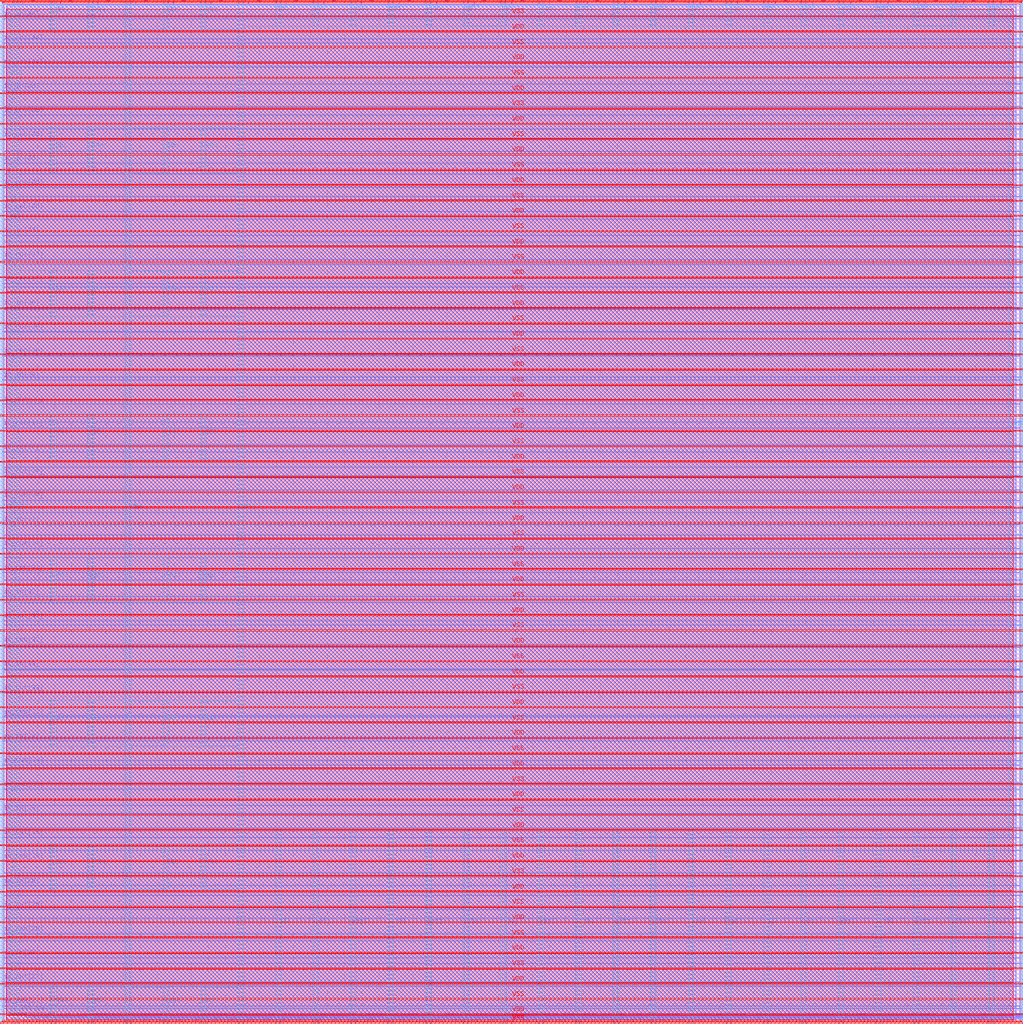
<source format=lef>
VERSION 5.7 ;
  NOWIREEXTENSIONATPIN ON ;
  DIVIDERCHAR "/" ;
  BUSBITCHARS "[]" ;
MACRO user_project_wrapper
  CLASS BLOCK ;
  FOREIGN user_project_wrapper ;
  ORIGIN 0.000 0.000 ;
  SIZE 2980.200 BY 2980.200 ;
  PIN VDD
    DIRECTION INOUT ;
    USE POWER ;
    PORT
      LAYER Metal4 ;
        RECT -4.780 -3.420 -1.680 2986.540 ;
    END
    PORT
      LAYER Metal5 ;
        RECT -4.780 -3.420 2985.100 -0.320 ;
    END
    PORT
      LAYER Metal5 ;
        RECT -4.780 2983.440 2985.100 2986.540 ;
    END
    PORT
      LAYER Metal4 ;
        RECT 2982.000 -3.420 2985.100 2986.540 ;
    END
    PORT
      LAYER Metal4 ;
        RECT 27.090 -8.220 30.190 2991.340 ;
    END
    PORT
      LAYER Metal4 ;
        RECT 137.090 -8.220 140.190 98.330 ;
    END
    PORT
      LAYER Metal4 ;
        RECT 137.090 384.070 140.190 518.330 ;
    END
    PORT
      LAYER Metal4 ;
        RECT 137.090 804.070 140.190 938.330 ;
    END
    PORT
      LAYER Metal4 ;
        RECT 137.090 1224.070 140.190 1358.330 ;
    END
    PORT
      LAYER Metal4 ;
        RECT 137.090 1644.070 140.190 1778.330 ;
    END
    PORT
      LAYER Metal4 ;
        RECT 137.090 2064.070 140.190 2198.330 ;
    END
    PORT
      LAYER Metal4 ;
        RECT 137.090 2484.070 140.190 2618.330 ;
    END
    PORT
      LAYER Metal4 ;
        RECT 137.090 2904.070 140.190 2991.340 ;
    END
    PORT
      LAYER Metal4 ;
        RECT 247.090 -8.220 250.190 98.330 ;
    END
    PORT
      LAYER Metal4 ;
        RECT 247.090 384.070 250.190 518.330 ;
    END
    PORT
      LAYER Metal4 ;
        RECT 247.090 804.070 250.190 938.330 ;
    END
    PORT
      LAYER Metal4 ;
        RECT 247.090 1224.070 250.190 1358.330 ;
    END
    PORT
      LAYER Metal4 ;
        RECT 247.090 1644.070 250.190 1778.330 ;
    END
    PORT
      LAYER Metal4 ;
        RECT 247.090 2064.070 250.190 2198.330 ;
    END
    PORT
      LAYER Metal4 ;
        RECT 247.090 2484.070 250.190 2618.330 ;
    END
    PORT
      LAYER Metal4 ;
        RECT 247.090 2904.070 250.190 2991.340 ;
    END
    PORT
      LAYER Metal4 ;
        RECT 357.090 -8.220 360.190 2991.340 ;
    END
    PORT
      LAYER Metal4 ;
        RECT 467.090 -8.220 470.190 95.980 ;
    END
    PORT
      LAYER Metal4 ;
        RECT 467.090 385.860 470.190 515.980 ;
    END
    PORT
      LAYER Metal4 ;
        RECT 467.090 805.860 470.190 935.980 ;
    END
    PORT
      LAYER Metal4 ;
        RECT 467.090 1225.860 470.190 1355.980 ;
    END
    PORT
      LAYER Metal4 ;
        RECT 467.090 1645.860 470.190 1775.980 ;
    END
    PORT
      LAYER Metal4 ;
        RECT 467.090 2065.860 470.190 2195.980 ;
    END
    PORT
      LAYER Metal4 ;
        RECT 467.090 2485.860 470.190 2615.980 ;
    END
    PORT
      LAYER Metal4 ;
        RECT 467.090 2905.860 470.190 2991.340 ;
    END
    PORT
      LAYER Metal4 ;
        RECT 577.090 -8.220 580.190 98.330 ;
    END
    PORT
      LAYER Metal4 ;
        RECT 577.090 384.070 580.190 518.330 ;
    END
    PORT
      LAYER Metal4 ;
        RECT 577.090 804.070 580.190 938.330 ;
    END
    PORT
      LAYER Metal4 ;
        RECT 577.090 1224.070 580.190 1358.330 ;
    END
    PORT
      LAYER Metal4 ;
        RECT 577.090 1644.070 580.190 1778.330 ;
    END
    PORT
      LAYER Metal4 ;
        RECT 577.090 2064.070 580.190 2198.330 ;
    END
    PORT
      LAYER Metal4 ;
        RECT 577.090 2484.070 580.190 2618.330 ;
    END
    PORT
      LAYER Metal4 ;
        RECT 577.090 2904.070 580.190 2991.340 ;
    END
    PORT
      LAYER Metal4 ;
        RECT 687.090 -8.220 690.190 2991.340 ;
    END
    PORT
      LAYER Metal4 ;
        RECT 797.090 -8.220 800.190 560.420 ;
    END
    PORT
      LAYER Metal4 ;
        RECT 797.090 2915.280 800.190 2991.340 ;
    END
    PORT
      LAYER Metal4 ;
        RECT 907.090 -8.220 910.190 560.420 ;
    END
    PORT
      LAYER Metal4 ;
        RECT 907.090 2915.280 910.190 2991.340 ;
    END
    PORT
      LAYER Metal4 ;
        RECT 1017.090 -8.220 1020.190 560.420 ;
    END
    PORT
      LAYER Metal4 ;
        RECT 1017.090 2915.280 1020.190 2991.340 ;
    END
    PORT
      LAYER Metal4 ;
        RECT 1127.090 -8.220 1130.190 560.420 ;
    END
    PORT
      LAYER Metal4 ;
        RECT 1127.090 2915.280 1130.190 2991.340 ;
    END
    PORT
      LAYER Metal4 ;
        RECT 1237.090 -8.220 1240.190 560.420 ;
    END
    PORT
      LAYER Metal4 ;
        RECT 1237.090 2915.280 1240.190 2991.340 ;
    END
    PORT
      LAYER Metal4 ;
        RECT 1347.090 -8.220 1350.190 560.420 ;
    END
    PORT
      LAYER Metal4 ;
        RECT 1347.090 2915.280 1350.190 2991.340 ;
    END
    PORT
      LAYER Metal4 ;
        RECT 1457.090 -8.220 1460.190 560.420 ;
    END
    PORT
      LAYER Metal4 ;
        RECT 1457.090 2915.280 1460.190 2991.340 ;
    END
    PORT
      LAYER Metal4 ;
        RECT 1567.090 -8.220 1570.190 560.420 ;
    END
    PORT
      LAYER Metal4 ;
        RECT 1567.090 2915.280 1570.190 2991.340 ;
    END
    PORT
      LAYER Metal4 ;
        RECT 1677.090 -8.220 1680.190 560.420 ;
    END
    PORT
      LAYER Metal4 ;
        RECT 1677.090 2915.280 1680.190 2991.340 ;
    END
    PORT
      LAYER Metal4 ;
        RECT 1787.090 -8.220 1790.190 560.420 ;
    END
    PORT
      LAYER Metal4 ;
        RECT 1787.090 2915.280 1790.190 2991.340 ;
    END
    PORT
      LAYER Metal4 ;
        RECT 1897.090 -8.220 1900.190 560.420 ;
    END
    PORT
      LAYER Metal4 ;
        RECT 1897.090 2915.280 1900.190 2991.340 ;
    END
    PORT
      LAYER Metal4 ;
        RECT 2007.090 -8.220 2010.190 560.420 ;
    END
    PORT
      LAYER Metal4 ;
        RECT 2007.090 2915.280 2010.190 2991.340 ;
    END
    PORT
      LAYER Metal4 ;
        RECT 2117.090 -8.220 2120.190 560.420 ;
    END
    PORT
      LAYER Metal4 ;
        RECT 2117.090 2915.280 2120.190 2991.340 ;
    END
    PORT
      LAYER Metal4 ;
        RECT 2227.090 -8.220 2230.190 560.420 ;
    END
    PORT
      LAYER Metal4 ;
        RECT 2227.090 2915.280 2230.190 2991.340 ;
    END
    PORT
      LAYER Metal4 ;
        RECT 2337.090 -8.220 2340.190 560.420 ;
    END
    PORT
      LAYER Metal4 ;
        RECT 2337.090 2915.280 2340.190 2991.340 ;
    END
    PORT
      LAYER Metal4 ;
        RECT 2447.090 -8.220 2450.190 560.420 ;
    END
    PORT
      LAYER Metal4 ;
        RECT 2447.090 2915.280 2450.190 2991.340 ;
    END
    PORT
      LAYER Metal4 ;
        RECT 2557.090 -8.220 2560.190 560.420 ;
    END
    PORT
      LAYER Metal4 ;
        RECT 2557.090 2915.280 2560.190 2991.340 ;
    END
    PORT
      LAYER Metal4 ;
        RECT 2667.090 -8.220 2670.190 560.420 ;
    END
    PORT
      LAYER Metal4 ;
        RECT 2667.090 2915.280 2670.190 2991.340 ;
    END
    PORT
      LAYER Metal4 ;
        RECT 2777.090 -8.220 2780.190 560.420 ;
    END
    PORT
      LAYER Metal4 ;
        RECT 2777.090 2915.280 2780.190 2991.340 ;
    END
    PORT
      LAYER Metal4 ;
        RECT 2887.090 -8.220 2890.190 560.420 ;
    END
    PORT
      LAYER Metal4 ;
        RECT 2887.090 2915.280 2890.190 2991.340 ;
    END
    PORT
      LAYER Metal5 ;
        RECT -9.580 17.130 2989.900 20.230 ;
    END
    PORT
      LAYER Metal5 ;
        RECT -9.580 107.130 2989.900 110.230 ;
    END
    PORT
      LAYER Metal5 ;
        RECT -9.580 197.130 2989.900 200.230 ;
    END
    PORT
      LAYER Metal5 ;
        RECT -9.580 287.130 2989.900 290.230 ;
    END
    PORT
      LAYER Metal5 ;
        RECT -9.580 377.130 2989.900 380.230 ;
    END
    PORT
      LAYER Metal5 ;
        RECT -9.580 467.130 2989.900 470.230 ;
    END
    PORT
      LAYER Metal5 ;
        RECT -9.580 557.130 2989.900 560.230 ;
    END
    PORT
      LAYER Metal5 ;
        RECT -9.580 647.130 2989.900 650.230 ;
    END
    PORT
      LAYER Metal5 ;
        RECT -9.580 737.130 2989.900 740.230 ;
    END
    PORT
      LAYER Metal5 ;
        RECT -9.580 827.130 2989.900 830.230 ;
    END
    PORT
      LAYER Metal5 ;
        RECT -9.580 917.130 2989.900 920.230 ;
    END
    PORT
      LAYER Metal5 ;
        RECT -9.580 1007.130 2989.900 1010.230 ;
    END
    PORT
      LAYER Metal5 ;
        RECT -9.580 1097.130 2989.900 1100.230 ;
    END
    PORT
      LAYER Metal5 ;
        RECT -9.580 1187.130 2989.900 1190.230 ;
    END
    PORT
      LAYER Metal5 ;
        RECT -9.580 1277.130 2989.900 1280.230 ;
    END
    PORT
      LAYER Metal5 ;
        RECT -9.580 1367.130 2989.900 1370.230 ;
    END
    PORT
      LAYER Metal5 ;
        RECT -9.580 1457.130 2989.900 1460.230 ;
    END
    PORT
      LAYER Metal5 ;
        RECT -9.580 1547.130 2989.900 1550.230 ;
    END
    PORT
      LAYER Metal5 ;
        RECT -9.580 1637.130 2989.900 1640.230 ;
    END
    PORT
      LAYER Metal5 ;
        RECT -9.580 1727.130 2989.900 1730.230 ;
    END
    PORT
      LAYER Metal5 ;
        RECT -9.580 1817.130 2989.900 1820.230 ;
    END
    PORT
      LAYER Metal5 ;
        RECT -9.580 1907.130 2989.900 1910.230 ;
    END
    PORT
      LAYER Metal5 ;
        RECT -9.580 1997.130 2989.900 2000.230 ;
    END
    PORT
      LAYER Metal5 ;
        RECT -9.580 2087.130 2989.900 2090.230 ;
    END
    PORT
      LAYER Metal5 ;
        RECT -9.580 2177.130 2989.900 2180.230 ;
    END
    PORT
      LAYER Metal5 ;
        RECT -9.580 2267.130 2989.900 2270.230 ;
    END
    PORT
      LAYER Metal5 ;
        RECT -9.580 2357.130 2989.900 2360.230 ;
    END
    PORT
      LAYER Metal5 ;
        RECT -9.580 2447.130 2989.900 2450.230 ;
    END
    PORT
      LAYER Metal5 ;
        RECT -9.580 2537.130 2989.900 2540.230 ;
    END
    PORT
      LAYER Metal5 ;
        RECT -9.580 2627.130 2989.900 2630.230 ;
    END
    PORT
      LAYER Metal5 ;
        RECT -9.580 2717.130 2989.900 2720.230 ;
    END
    PORT
      LAYER Metal5 ;
        RECT -9.580 2807.130 2989.900 2810.230 ;
    END
    PORT
      LAYER Metal5 ;
        RECT -9.580 2897.130 2989.900 2900.230 ;
    END
    PORT
      LAYER Metal4 ;
        RECT 2946.570 544.580 2949.670 2928.540 ;
    END
  END VDD
  PIN VSS
    DIRECTION INOUT ;
    USE GROUND ;
    PORT
      LAYER Metal4 ;
        RECT -9.580 -8.220 -6.480 2991.340 ;
    END
    PORT
      LAYER Metal5 ;
        RECT -9.580 -8.220 2989.900 -5.120 ;
    END
    PORT
      LAYER Metal5 ;
        RECT -9.580 2988.240 2989.900 2991.340 ;
    END
    PORT
      LAYER Metal4 ;
        RECT 2986.800 -8.220 2989.900 2991.340 ;
    END
    PORT
      LAYER Metal4 ;
        RECT 40.190 -8.220 43.290 2991.340 ;
    END
    PORT
      LAYER Metal4 ;
        RECT 150.190 -8.220 153.290 98.330 ;
    END
    PORT
      LAYER Metal4 ;
        RECT 150.190 384.070 153.290 518.330 ;
    END
    PORT
      LAYER Metal4 ;
        RECT 150.190 804.070 153.290 938.330 ;
    END
    PORT
      LAYER Metal4 ;
        RECT 150.190 1224.070 153.290 1358.330 ;
    END
    PORT
      LAYER Metal4 ;
        RECT 150.190 1644.070 153.290 1778.330 ;
    END
    PORT
      LAYER Metal4 ;
        RECT 150.190 2064.070 153.290 2198.330 ;
    END
    PORT
      LAYER Metal4 ;
        RECT 150.190 2484.070 153.290 2618.330 ;
    END
    PORT
      LAYER Metal4 ;
        RECT 150.190 2904.070 153.290 2991.340 ;
    END
    PORT
      LAYER Metal4 ;
        RECT 260.190 -8.220 263.290 98.330 ;
    END
    PORT
      LAYER Metal4 ;
        RECT 260.190 384.070 263.290 518.330 ;
    END
    PORT
      LAYER Metal4 ;
        RECT 260.190 804.070 263.290 938.330 ;
    END
    PORT
      LAYER Metal4 ;
        RECT 260.190 1224.070 263.290 1358.330 ;
    END
    PORT
      LAYER Metal4 ;
        RECT 260.190 1644.070 263.290 1778.330 ;
    END
    PORT
      LAYER Metal4 ;
        RECT 260.190 2064.070 263.290 2198.330 ;
    END
    PORT
      LAYER Metal4 ;
        RECT 260.190 2484.070 263.290 2618.330 ;
    END
    PORT
      LAYER Metal4 ;
        RECT 260.190 2904.070 263.290 2991.340 ;
    END
    PORT
      LAYER Metal4 ;
        RECT 370.190 -8.220 373.290 2991.340 ;
    END
    PORT
      LAYER Metal4 ;
        RECT 480.190 -8.220 483.290 98.330 ;
    END
    PORT
      LAYER Metal4 ;
        RECT 480.190 384.070 483.290 518.330 ;
    END
    PORT
      LAYER Metal4 ;
        RECT 480.190 804.070 483.290 938.330 ;
    END
    PORT
      LAYER Metal4 ;
        RECT 480.190 1224.070 483.290 1358.330 ;
    END
    PORT
      LAYER Metal4 ;
        RECT 480.190 1644.070 483.290 1778.330 ;
    END
    PORT
      LAYER Metal4 ;
        RECT 480.190 2064.070 483.290 2198.330 ;
    END
    PORT
      LAYER Metal4 ;
        RECT 480.190 2484.070 483.290 2618.330 ;
    END
    PORT
      LAYER Metal4 ;
        RECT 480.190 2904.070 483.290 2991.340 ;
    END
    PORT
      LAYER Metal4 ;
        RECT 590.190 -8.220 593.290 95.980 ;
    END
    PORT
      LAYER Metal4 ;
        RECT 590.190 385.860 593.290 515.980 ;
    END
    PORT
      LAYER Metal4 ;
        RECT 590.190 805.860 593.290 935.980 ;
    END
    PORT
      LAYER Metal4 ;
        RECT 590.190 1225.860 593.290 1355.980 ;
    END
    PORT
      LAYER Metal4 ;
        RECT 590.190 1645.860 593.290 1775.980 ;
    END
    PORT
      LAYER Metal4 ;
        RECT 590.190 2065.860 593.290 2195.980 ;
    END
    PORT
      LAYER Metal4 ;
        RECT 590.190 2485.860 593.290 2615.980 ;
    END
    PORT
      LAYER Metal4 ;
        RECT 590.190 2905.860 593.290 2991.340 ;
    END
    PORT
      LAYER Metal4 ;
        RECT 700.190 -8.220 703.290 2991.340 ;
    END
    PORT
      LAYER Metal4 ;
        RECT 810.190 -8.220 813.290 560.420 ;
    END
    PORT
      LAYER Metal4 ;
        RECT 810.190 2915.280 813.290 2991.340 ;
    END
    PORT
      LAYER Metal4 ;
        RECT 920.190 -8.220 923.290 560.420 ;
    END
    PORT
      LAYER Metal4 ;
        RECT 920.190 2915.280 923.290 2991.340 ;
    END
    PORT
      LAYER Metal4 ;
        RECT 1030.190 -8.220 1033.290 560.420 ;
    END
    PORT
      LAYER Metal4 ;
        RECT 1030.190 2915.280 1033.290 2991.340 ;
    END
    PORT
      LAYER Metal4 ;
        RECT 1140.190 -8.220 1143.290 560.420 ;
    END
    PORT
      LAYER Metal4 ;
        RECT 1140.190 2915.280 1143.290 2991.340 ;
    END
    PORT
      LAYER Metal4 ;
        RECT 1250.190 -8.220 1253.290 560.420 ;
    END
    PORT
      LAYER Metal4 ;
        RECT 1250.190 2915.280 1253.290 2991.340 ;
    END
    PORT
      LAYER Metal4 ;
        RECT 1360.190 -8.220 1363.290 560.420 ;
    END
    PORT
      LAYER Metal4 ;
        RECT 1360.190 2915.560 1363.290 2991.340 ;
    END
    PORT
      LAYER Metal4 ;
        RECT 1470.190 -8.220 1473.290 560.420 ;
    END
    PORT
      LAYER Metal4 ;
        RECT 1470.190 2915.280 1473.290 2991.340 ;
    END
    PORT
      LAYER Metal4 ;
        RECT 1580.190 -8.220 1583.290 560.420 ;
    END
    PORT
      LAYER Metal4 ;
        RECT 1580.190 2915.280 1583.290 2991.340 ;
    END
    PORT
      LAYER Metal4 ;
        RECT 1690.190 -8.220 1693.290 560.420 ;
    END
    PORT
      LAYER Metal4 ;
        RECT 1690.190 2915.280 1693.290 2991.340 ;
    END
    PORT
      LAYER Metal4 ;
        RECT 1800.190 -8.220 1803.290 560.420 ;
    END
    PORT
      LAYER Metal4 ;
        RECT 1800.190 2915.280 1803.290 2991.340 ;
    END
    PORT
      LAYER Metal4 ;
        RECT 1910.190 -8.220 1913.290 560.420 ;
    END
    PORT
      LAYER Metal4 ;
        RECT 1910.190 2915.280 1913.290 2991.340 ;
    END
    PORT
      LAYER Metal4 ;
        RECT 2020.190 -8.220 2023.290 560.420 ;
    END
    PORT
      LAYER Metal4 ;
        RECT 2020.190 2915.280 2023.290 2991.340 ;
    END
    PORT
      LAYER Metal4 ;
        RECT 2130.190 -8.220 2133.290 560.420 ;
    END
    PORT
      LAYER Metal4 ;
        RECT 2130.190 2915.280 2133.290 2991.340 ;
    END
    PORT
      LAYER Metal4 ;
        RECT 2240.190 -8.220 2243.290 560.420 ;
    END
    PORT
      LAYER Metal4 ;
        RECT 2240.190 2915.280 2243.290 2991.340 ;
    END
    PORT
      LAYER Metal4 ;
        RECT 2350.190 -8.220 2353.290 560.420 ;
    END
    PORT
      LAYER Metal4 ;
        RECT 2350.190 2915.280 2353.290 2991.340 ;
    END
    PORT
      LAYER Metal4 ;
        RECT 2460.190 -8.220 2463.290 560.420 ;
    END
    PORT
      LAYER Metal4 ;
        RECT 2460.190 2915.280 2463.290 2991.340 ;
    END
    PORT
      LAYER Metal4 ;
        RECT 2570.190 -8.220 2573.290 560.420 ;
    END
    PORT
      LAYER Metal4 ;
        RECT 2570.190 2915.280 2573.290 2991.340 ;
    END
    PORT
      LAYER Metal4 ;
        RECT 2680.190 -8.220 2683.290 560.420 ;
    END
    PORT
      LAYER Metal4 ;
        RECT 2680.190 2915.560 2683.290 2991.340 ;
    END
    PORT
      LAYER Metal4 ;
        RECT 2790.190 -8.220 2793.290 560.420 ;
    END
    PORT
      LAYER Metal4 ;
        RECT 2790.190 2915.280 2793.290 2991.340 ;
    END
    PORT
      LAYER Metal4 ;
        RECT 2900.190 -8.220 2903.290 560.420 ;
    END
    PORT
      LAYER Metal4 ;
        RECT 2900.190 2915.280 2903.290 2991.340 ;
    END
    PORT
      LAYER Metal5 ;
        RECT -9.580 62.130 2989.900 65.230 ;
    END
    PORT
      LAYER Metal5 ;
        RECT -9.580 152.130 2989.900 155.230 ;
    END
    PORT
      LAYER Metal5 ;
        RECT -9.580 242.130 2989.900 245.230 ;
    END
    PORT
      LAYER Metal5 ;
        RECT -9.580 332.130 2989.900 335.230 ;
    END
    PORT
      LAYER Metal5 ;
        RECT -9.580 422.130 2989.900 425.230 ;
    END
    PORT
      LAYER Metal5 ;
        RECT -9.580 512.130 2989.900 515.230 ;
    END
    PORT
      LAYER Metal5 ;
        RECT -9.580 602.130 2989.900 605.230 ;
    END
    PORT
      LAYER Metal5 ;
        RECT -9.580 692.130 2989.900 695.230 ;
    END
    PORT
      LAYER Metal5 ;
        RECT -9.580 782.130 2989.900 785.230 ;
    END
    PORT
      LAYER Metal5 ;
        RECT -9.580 872.130 2989.900 875.230 ;
    END
    PORT
      LAYER Metal5 ;
        RECT -9.580 962.130 2989.900 965.230 ;
    END
    PORT
      LAYER Metal5 ;
        RECT -9.580 1052.130 2989.900 1055.230 ;
    END
    PORT
      LAYER Metal5 ;
        RECT -9.580 1142.130 2989.900 1145.230 ;
    END
    PORT
      LAYER Metal5 ;
        RECT -9.580 1232.130 2989.900 1235.230 ;
    END
    PORT
      LAYER Metal5 ;
        RECT -9.580 1322.130 2989.900 1325.230 ;
    END
    PORT
      LAYER Metal5 ;
        RECT -9.580 1412.130 2989.900 1415.230 ;
    END
    PORT
      LAYER Metal5 ;
        RECT -9.580 1502.130 2989.900 1505.230 ;
    END
    PORT
      LAYER Metal5 ;
        RECT -9.580 1592.130 2989.900 1595.230 ;
    END
    PORT
      LAYER Metal5 ;
        RECT -9.580 1682.130 2989.900 1685.230 ;
    END
    PORT
      LAYER Metal5 ;
        RECT -9.580 1772.130 2989.900 1775.230 ;
    END
    PORT
      LAYER Metal5 ;
        RECT -9.580 1862.130 2989.900 1865.230 ;
    END
    PORT
      LAYER Metal5 ;
        RECT -9.580 1952.130 2989.900 1955.230 ;
    END
    PORT
      LAYER Metal5 ;
        RECT -9.580 2042.130 2989.900 2045.230 ;
    END
    PORT
      LAYER Metal5 ;
        RECT -9.580 2132.130 2989.900 2135.230 ;
    END
    PORT
      LAYER Metal5 ;
        RECT -9.580 2222.130 2989.900 2225.230 ;
    END
    PORT
      LAYER Metal5 ;
        RECT -9.580 2312.130 2989.900 2315.230 ;
    END
    PORT
      LAYER Metal5 ;
        RECT -9.580 2402.130 2989.900 2405.230 ;
    END
    PORT
      LAYER Metal5 ;
        RECT -9.580 2492.130 2989.900 2495.230 ;
    END
    PORT
      LAYER Metal5 ;
        RECT -9.580 2582.130 2989.900 2585.230 ;
    END
    PORT
      LAYER Metal5 ;
        RECT -9.580 2672.130 2989.900 2675.230 ;
    END
    PORT
      LAYER Metal5 ;
        RECT -9.580 2762.130 2989.900 2765.230 ;
    END
    PORT
      LAYER Metal5 ;
        RECT -9.580 2852.130 2989.900 2855.230 ;
    END
    PORT
      LAYER Metal5 ;
        RECT -9.580 2942.130 2989.900 2945.230 ;
    END
    PORT
      LAYER Metal4 ;
        RECT 17.770 78.100 20.870 407.980 ;
    END
    PORT
      LAYER Metal4 ;
        RECT 2960.010 544.580 2963.110 2928.540 ;
    END
    PORT
      LAYER Metal4 ;
        RECT 17.770 493.620 20.870 831.340 ;
    END
    PORT
      LAYER Metal4 ;
        RECT 17.770 916.980 20.870 1246.860 ;
    END
    PORT
      LAYER Metal4 ;
        RECT 17.770 1332.500 20.870 1670.220 ;
    END
    PORT
      LAYER Metal4 ;
        RECT 17.770 1755.860 20.870 2085.740 ;
    END
    PORT
      LAYER Metal4 ;
        RECT 17.770 2179.220 20.870 2509.100 ;
    END
    PORT
      LAYER Metal4 ;
        RECT 17.770 2594.740 20.870 2932.460 ;
    END
  END VSS
  PIN io_in[0]
    DIRECTION INPUT ;
    USE SIGNAL ;
    ANTENNAGATEAREA 4.408000 ;
    ANTENNADIFFAREA 0.410400 ;
    PORT
      LAYER Metal3 ;
        RECT 2977.800 35.560 2985.000 36.680 ;
    END
  END io_in[0]
  PIN io_in[10]
    DIRECTION INPUT ;
    USE SIGNAL ;
    ANTENNAGATEAREA 6.612000 ;
    ANTENNADIFFAREA 0.410400 ;
    PORT
      LAYER Metal3 ;
        RECT 2977.800 2017.960 2985.000 2019.080 ;
    END
  END io_in[10]
  PIN io_in[11]
    DIRECTION INPUT ;
    USE SIGNAL ;
    ANTENNAGATEAREA 6.612000 ;
    ANTENNADIFFAREA 0.410400 ;
    PORT
      LAYER Metal3 ;
        RECT 2977.800 2216.200 2985.000 2217.320 ;
    END
  END io_in[11]
  PIN io_in[12]
    DIRECTION INPUT ;
    USE SIGNAL ;
    ANTENNAGATEAREA 4.408000 ;
    ANTENNADIFFAREA 0.410400 ;
    PORT
      LAYER Metal3 ;
        RECT 2977.800 2414.440 2985.000 2415.560 ;
    END
  END io_in[12]
  PIN io_in[13]
    DIRECTION INPUT ;
    USE SIGNAL ;
    ANTENNAGATEAREA 4.408000 ;
    ANTENNADIFFAREA 0.410400 ;
    PORT
      LAYER Metal3 ;
        RECT 2977.800 2612.680 2985.000 2613.800 ;
    END
  END io_in[13]
  PIN io_in[14]
    DIRECTION INPUT ;
    USE SIGNAL ;
    ANTENNAGATEAREA 4.408000 ;
    ANTENNADIFFAREA 0.410400 ;
    PORT
      LAYER Metal3 ;
        RECT 2977.800 2810.920 2985.000 2812.040 ;
    END
  END io_in[14]
  PIN io_in[15]
    DIRECTION INPUT ;
    USE SIGNAL ;
    ANTENNAGATEAREA 4.408000 ;
    ANTENNADIFFAREA 0.410400 ;
    PORT
      LAYER Metal2 ;
        RECT 2923.480 2977.800 2924.600 2985.000 ;
    END
  END io_in[15]
  PIN io_in[16]
    DIRECTION INPUT ;
    USE SIGNAL ;
    ANTENNAGATEAREA 2.369000 ;
    ANTENNADIFFAREA 0.410400 ;
    PORT
      LAYER Metal2 ;
        RECT 2592.520 2977.800 2593.640 2985.000 ;
    END
  END io_in[16]
  PIN io_in[17]
    DIRECTION INPUT ;
    USE SIGNAL ;
    ANTENNAGATEAREA 2.369000 ;
    ANTENNADIFFAREA 0.410400 ;
    PORT
      LAYER Metal2 ;
        RECT 2261.560 2977.800 2262.680 2985.000 ;
    END
  END io_in[17]
  PIN io_in[18]
    DIRECTION INPUT ;
    USE SIGNAL ;
    ANTENNAGATEAREA 2.204000 ;
    ANTENNADIFFAREA 0.410400 ;
    PORT
      LAYER Metal2 ;
        RECT 1930.600 2977.800 1931.720 2985.000 ;
    END
  END io_in[18]
  PIN io_in[19]
    DIRECTION INPUT ;
    USE SIGNAL ;
    ANTENNAGATEAREA 1.102000 ;
    ANTENNADIFFAREA 0.410400 ;
    PORT
      LAYER Metal2 ;
        RECT 1599.640 2977.800 1600.760 2985.000 ;
    END
  END io_in[19]
  PIN io_in[1]
    DIRECTION INPUT ;
    USE SIGNAL ;
    ANTENNAGATEAREA 4.408000 ;
    ANTENNADIFFAREA 0.410400 ;
    PORT
      LAYER Metal3 ;
        RECT 2977.800 233.800 2985.000 234.920 ;
    END
  END io_in[1]
  PIN io_in[20]
    DIRECTION INPUT ;
    USE SIGNAL ;
    ANTENNAGATEAREA 0.726000 ;
    ANTENNADIFFAREA 0.410400 ;
    PORT
      LAYER Metal2 ;
        RECT 1268.680 2977.800 1269.800 2985.000 ;
    END
  END io_in[20]
  PIN io_in[21]
    DIRECTION INPUT ;
    USE SIGNAL ;
    ANTENNAGATEAREA 0.741000 ;
    ANTENNADIFFAREA 0.410400 ;
    PORT
      LAYER Metal2 ;
        RECT 937.720 2977.800 938.840 2985.000 ;
    END
  END io_in[21]
  PIN io_in[22]
    DIRECTION INPUT ;
    USE SIGNAL ;
    ANTENNAGATEAREA 0.726000 ;
    ANTENNADIFFAREA 0.410400 ;
    PORT
      LAYER Metal2 ;
        RECT 606.760 2977.800 607.880 2985.000 ;
    END
  END io_in[22]
  PIN io_in[23]
    DIRECTION INPUT ;
    USE SIGNAL ;
    ANTENNAGATEAREA 1.102000 ;
    ANTENNADIFFAREA 0.410400 ;
    PORT
      LAYER Metal2 ;
        RECT 275.800 2977.800 276.920 2985.000 ;
    END
  END io_in[23]
  PIN io_in[24]
    DIRECTION INPUT ;
    USE SIGNAL ;
    ANTENNAGATEAREA 0.726000 ;
    ANTENNADIFFAREA 0.410400 ;
    PORT
      LAYER Metal3 ;
        RECT -4.800 2935.800 2.400 2936.920 ;
    END
  END io_in[24]
  PIN io_in[25]
    DIRECTION INPUT ;
    USE SIGNAL ;
    ANTENNAGATEAREA 1.102000 ;
    ANTENNADIFFAREA 0.410400 ;
    PORT
      LAYER Metal3 ;
        RECT -4.800 2724.120 2.400 2725.240 ;
    END
  END io_in[25]
  PIN io_in[26]
    DIRECTION INPUT ;
    USE SIGNAL ;
    ANTENNAGATEAREA 1.183000 ;
    ANTENNADIFFAREA 0.410400 ;
    PORT
      LAYER Metal3 ;
        RECT -4.800 2512.440 2.400 2513.560 ;
    END
  END io_in[26]
  PIN io_in[27]
    DIRECTION INPUT ;
    USE SIGNAL ;
    ANTENNAGATEAREA 1.102000 ;
    ANTENNADIFFAREA 0.410400 ;
    PORT
      LAYER Metal3 ;
        RECT -4.800 2300.760 2.400 2301.880 ;
    END
  END io_in[27]
  PIN io_in[28]
    DIRECTION INPUT ;
    USE SIGNAL ;
    ANTENNAGATEAREA 1.102000 ;
    ANTENNADIFFAREA 0.410400 ;
    PORT
      LAYER Metal3 ;
        RECT -4.800 2089.080 2.400 2090.200 ;
    END
  END io_in[28]
  PIN io_in[29]
    DIRECTION INPUT ;
    USE SIGNAL ;
    ANTENNAGATEAREA 4.408000 ;
    ANTENNADIFFAREA 0.410400 ;
    PORT
      LAYER Metal3 ;
        RECT -4.800 1877.400 2.400 1878.520 ;
    END
  END io_in[29]
  PIN io_in[2]
    DIRECTION INPUT ;
    USE SIGNAL ;
    ANTENNAGATEAREA 4.408000 ;
    ANTENNADIFFAREA 0.410400 ;
    PORT
      LAYER Metal3 ;
        RECT 2977.800 432.040 2985.000 433.160 ;
    END
  END io_in[2]
  PIN io_in[30]
    DIRECTION INPUT ;
    USE SIGNAL ;
    ANTENNAGATEAREA 4.408000 ;
    ANTENNADIFFAREA 0.410400 ;
    PORT
      LAYER Metal3 ;
        RECT -4.800 1665.720 2.400 1666.840 ;
    END
  END io_in[30]
  PIN io_in[31]
    DIRECTION INPUT ;
    USE SIGNAL ;
    PORT
      LAYER Metal3 ;
        RECT -4.800 1454.040 2.400 1455.160 ;
    END
  END io_in[31]
  PIN io_in[32]
    DIRECTION INPUT ;
    USE SIGNAL ;
    PORT
      LAYER Metal3 ;
        RECT -4.800 1242.360 2.400 1243.480 ;
    END
  END io_in[32]
  PIN io_in[33]
    DIRECTION INPUT ;
    USE SIGNAL ;
    PORT
      LAYER Metal3 ;
        RECT -4.800 1030.680 2.400 1031.800 ;
    END
  END io_in[33]
  PIN io_in[34]
    DIRECTION INPUT ;
    USE SIGNAL ;
    PORT
      LAYER Metal3 ;
        RECT -4.800 819.000 2.400 820.120 ;
    END
  END io_in[34]
  PIN io_in[35]
    DIRECTION INPUT ;
    USE SIGNAL ;
    PORT
      LAYER Metal3 ;
        RECT -4.800 607.320 2.400 608.440 ;
    END
  END io_in[35]
  PIN io_in[36]
    DIRECTION INPUT ;
    USE SIGNAL ;
    PORT
      LAYER Metal3 ;
        RECT -4.800 395.640 2.400 396.760 ;
    END
  END io_in[36]
  PIN io_in[37]
    DIRECTION INPUT ;
    USE SIGNAL ;
    PORT
      LAYER Metal3 ;
        RECT -4.800 183.960 2.400 185.080 ;
    END
  END io_in[37]
  PIN io_in[3]
    DIRECTION INPUT ;
    USE SIGNAL ;
    ANTENNAGATEAREA 4.408000 ;
    ANTENNADIFFAREA 0.410400 ;
    PORT
      LAYER Metal3 ;
        RECT 2977.800 630.280 2985.000 631.400 ;
    END
  END io_in[3]
  PIN io_in[4]
    DIRECTION INPUT ;
    USE SIGNAL ;
    ANTENNAGATEAREA 4.408000 ;
    ANTENNADIFFAREA 0.410400 ;
    PORT
      LAYER Metal3 ;
        RECT 2977.800 828.520 2985.000 829.640 ;
    END
  END io_in[4]
  PIN io_in[5]
    DIRECTION INPUT ;
    USE SIGNAL ;
    ANTENNAGATEAREA 4.408000 ;
    ANTENNADIFFAREA 0.410400 ;
    PORT
      LAYER Metal3 ;
        RECT 2977.800 1026.760 2985.000 1027.880 ;
    END
  END io_in[5]
  PIN io_in[6]
    DIRECTION INPUT ;
    USE SIGNAL ;
    ANTENNAGATEAREA 6.612000 ;
    ANTENNADIFFAREA 0.410400 ;
    PORT
      LAYER Metal3 ;
        RECT 2977.800 1225.000 2985.000 1226.120 ;
    END
  END io_in[6]
  PIN io_in[7]
    DIRECTION INPUT ;
    USE SIGNAL ;
    ANTENNAGATEAREA 6.612000 ;
    ANTENNADIFFAREA 0.410400 ;
    PORT
      LAYER Metal3 ;
        RECT 2977.800 1423.240 2985.000 1424.360 ;
    END
  END io_in[7]
  PIN io_in[8]
    DIRECTION INPUT ;
    USE SIGNAL ;
    ANTENNAGATEAREA 6.612000 ;
    ANTENNADIFFAREA 0.410400 ;
    PORT
      LAYER Metal3 ;
        RECT 2977.800 1621.480 2985.000 1622.600 ;
    END
  END io_in[8]
  PIN io_in[9]
    DIRECTION INPUT ;
    USE SIGNAL ;
    ANTENNAGATEAREA 6.612000 ;
    ANTENNADIFFAREA 0.410400 ;
    PORT
      LAYER Metal3 ;
        RECT 2977.800 1819.720 2985.000 1820.840 ;
    END
  END io_in[9]
  PIN io_oeb[0]
    DIRECTION OUTPUT TRISTATE ;
    USE SIGNAL ;
    ANTENNADIFFAREA 2.080400 ;
    PORT
      LAYER Metal3 ;
        RECT 2977.800 167.720 2985.000 168.840 ;
    END
  END io_oeb[0]
  PIN io_oeb[10]
    DIRECTION OUTPUT TRISTATE ;
    USE SIGNAL ;
    ANTENNADIFFAREA 0.360800 ;
    PORT
      LAYER Metal3 ;
        RECT 2977.800 2150.120 2985.000 2151.240 ;
    END
  END io_oeb[10]
  PIN io_oeb[11]
    DIRECTION OUTPUT TRISTATE ;
    USE SIGNAL ;
    ANTENNADIFFAREA 0.360800 ;
    PORT
      LAYER Metal3 ;
        RECT 2977.800 2348.360 2985.000 2349.480 ;
    END
  END io_oeb[11]
  PIN io_oeb[12]
    DIRECTION OUTPUT TRISTATE ;
    USE SIGNAL ;
    ANTENNADIFFAREA 0.360800 ;
    PORT
      LAYER Metal3 ;
        RECT 2977.800 2546.600 2985.000 2547.720 ;
    END
  END io_oeb[12]
  PIN io_oeb[13]
    DIRECTION OUTPUT TRISTATE ;
    USE SIGNAL ;
    ANTENNADIFFAREA 0.360800 ;
    PORT
      LAYER Metal3 ;
        RECT 2977.800 2744.840 2985.000 2745.960 ;
    END
  END io_oeb[13]
  PIN io_oeb[14]
    DIRECTION OUTPUT TRISTATE ;
    USE SIGNAL ;
    ANTENNADIFFAREA 0.360800 ;
    PORT
      LAYER Metal3 ;
        RECT 2977.800 2943.080 2985.000 2944.200 ;
    END
  END io_oeb[14]
  PIN io_oeb[15]
    DIRECTION OUTPUT TRISTATE ;
    USE SIGNAL ;
    ANTENNADIFFAREA 0.360800 ;
    PORT
      LAYER Metal2 ;
        RECT 2702.840 2977.800 2703.960 2985.000 ;
    END
  END io_oeb[15]
  PIN io_oeb[16]
    DIRECTION OUTPUT TRISTATE ;
    USE SIGNAL ;
    ANTENNADIFFAREA 0.360800 ;
    PORT
      LAYER Metal2 ;
        RECT 2371.880 2977.800 2373.000 2985.000 ;
    END
  END io_oeb[16]
  PIN io_oeb[17]
    DIRECTION OUTPUT TRISTATE ;
    USE SIGNAL ;
    ANTENNADIFFAREA 0.360800 ;
    PORT
      LAYER Metal2 ;
        RECT 2040.920 2977.800 2042.040 2985.000 ;
    END
  END io_oeb[17]
  PIN io_oeb[18]
    DIRECTION OUTPUT TRISTATE ;
    USE SIGNAL ;
    ANTENNADIFFAREA 0.360800 ;
    PORT
      LAYER Metal2 ;
        RECT 1709.960 2977.800 1711.080 2985.000 ;
    END
  END io_oeb[18]
  PIN io_oeb[19]
    DIRECTION OUTPUT TRISTATE ;
    USE SIGNAL ;
    ANTENNADIFFAREA 0.360800 ;
    PORT
      LAYER Metal2 ;
        RECT 1379.000 2977.800 1380.120 2985.000 ;
    END
  END io_oeb[19]
  PIN io_oeb[1]
    DIRECTION OUTPUT TRISTATE ;
    USE SIGNAL ;
    ANTENNADIFFAREA 4.408000 ;
    PORT
      LAYER Metal3 ;
        RECT 2977.800 365.960 2985.000 367.080 ;
    END
  END io_oeb[1]
  PIN io_oeb[20]
    DIRECTION OUTPUT TRISTATE ;
    USE SIGNAL ;
    ANTENNADIFFAREA 0.360800 ;
    PORT
      LAYER Metal2 ;
        RECT 1048.040 2977.800 1049.160 2985.000 ;
    END
  END io_oeb[20]
  PIN io_oeb[21]
    DIRECTION OUTPUT TRISTATE ;
    USE SIGNAL ;
    ANTENNADIFFAREA 0.360800 ;
    PORT
      LAYER Metal2 ;
        RECT 717.080 2977.800 718.200 2985.000 ;
    END
  END io_oeb[21]
  PIN io_oeb[22]
    DIRECTION OUTPUT TRISTATE ;
    USE SIGNAL ;
    ANTENNADIFFAREA 0.360800 ;
    PORT
      LAYER Metal2 ;
        RECT 386.120 2977.800 387.240 2985.000 ;
    END
  END io_oeb[22]
  PIN io_oeb[23]
    DIRECTION OUTPUT TRISTATE ;
    USE SIGNAL ;
    ANTENNADIFFAREA 0.360800 ;
    PORT
      LAYER Metal2 ;
        RECT 55.160 2977.800 56.280 2985.000 ;
    END
  END io_oeb[23]
  PIN io_oeb[24]
    DIRECTION OUTPUT TRISTATE ;
    USE SIGNAL ;
    ANTENNADIFFAREA 0.360800 ;
    PORT
      LAYER Metal3 ;
        RECT -4.800 2794.680 2.400 2795.800 ;
    END
  END io_oeb[24]
  PIN io_oeb[25]
    DIRECTION OUTPUT TRISTATE ;
    USE SIGNAL ;
    ANTENNADIFFAREA 0.360800 ;
    PORT
      LAYER Metal3 ;
        RECT -4.800 2583.000 2.400 2584.120 ;
    END
  END io_oeb[25]
  PIN io_oeb[26]
    DIRECTION OUTPUT TRISTATE ;
    USE SIGNAL ;
    ANTENNADIFFAREA 0.360800 ;
    PORT
      LAYER Metal3 ;
        RECT -4.800 2371.320 2.400 2372.440 ;
    END
  END io_oeb[26]
  PIN io_oeb[27]
    DIRECTION OUTPUT TRISTATE ;
    USE SIGNAL ;
    ANTENNADIFFAREA 0.360800 ;
    PORT
      LAYER Metal3 ;
        RECT -4.800 2159.640 2.400 2160.760 ;
    END
  END io_oeb[27]
  PIN io_oeb[28]
    DIRECTION OUTPUT TRISTATE ;
    USE SIGNAL ;
    ANTENNADIFFAREA 0.360800 ;
    PORT
      LAYER Metal3 ;
        RECT -4.800 1947.960 2.400 1949.080 ;
    END
  END io_oeb[28]
  PIN io_oeb[29]
    DIRECTION OUTPUT TRISTATE ;
    USE SIGNAL ;
    ANTENNADIFFAREA 0.360800 ;
    PORT
      LAYER Metal3 ;
        RECT -4.800 1736.280 2.400 1737.400 ;
    END
  END io_oeb[29]
  PIN io_oeb[2]
    DIRECTION OUTPUT TRISTATE ;
    USE SIGNAL ;
    ANTENNADIFFAREA 4.408000 ;
    PORT
      LAYER Metal3 ;
        RECT 2977.800 564.200 2985.000 565.320 ;
    END
  END io_oeb[2]
  PIN io_oeb[30]
    DIRECTION OUTPUT TRISTATE ;
    USE SIGNAL ;
    ANTENNADIFFAREA 0.360800 ;
    PORT
      LAYER Metal3 ;
        RECT -4.800 1524.600 2.400 1525.720 ;
    END
  END io_oeb[30]
  PIN io_oeb[31]
    DIRECTION OUTPUT TRISTATE ;
    USE SIGNAL ;
    ANTENNADIFFAREA 0.360800 ;
    PORT
      LAYER Metal3 ;
        RECT -4.800 1312.920 2.400 1314.040 ;
    END
  END io_oeb[31]
  PIN io_oeb[32]
    DIRECTION OUTPUT TRISTATE ;
    USE SIGNAL ;
    ANTENNADIFFAREA 0.360800 ;
    PORT
      LAYER Metal3 ;
        RECT -4.800 1101.240 2.400 1102.360 ;
    END
  END io_oeb[32]
  PIN io_oeb[33]
    DIRECTION OUTPUT TRISTATE ;
    USE SIGNAL ;
    ANTENNADIFFAREA 0.360800 ;
    PORT
      LAYER Metal3 ;
        RECT -4.800 889.560 2.400 890.680 ;
    END
  END io_oeb[33]
  PIN io_oeb[34]
    DIRECTION OUTPUT TRISTATE ;
    USE SIGNAL ;
    ANTENNADIFFAREA 0.360800 ;
    PORT
      LAYER Metal3 ;
        RECT -4.800 677.880 2.400 679.000 ;
    END
  END io_oeb[34]
  PIN io_oeb[35]
    DIRECTION OUTPUT TRISTATE ;
    USE SIGNAL ;
    ANTENNADIFFAREA 0.360800 ;
    PORT
      LAYER Metal3 ;
        RECT -4.800 466.200 2.400 467.320 ;
    END
  END io_oeb[35]
  PIN io_oeb[36]
    DIRECTION OUTPUT TRISTATE ;
    USE SIGNAL ;
    ANTENNADIFFAREA 0.360800 ;
    PORT
      LAYER Metal3 ;
        RECT -4.800 254.520 2.400 255.640 ;
    END
  END io_oeb[36]
  PIN io_oeb[37]
    DIRECTION OUTPUT TRISTATE ;
    USE SIGNAL ;
    ANTENNADIFFAREA 0.360800 ;
    PORT
      LAYER Metal3 ;
        RECT -4.800 42.840 2.400 43.960 ;
    END
  END io_oeb[37]
  PIN io_oeb[3]
    DIRECTION OUTPUT TRISTATE ;
    USE SIGNAL ;
    ANTENNADIFFAREA 0.360800 ;
    PORT
      LAYER Metal3 ;
        RECT 2977.800 762.440 2985.000 763.560 ;
    END
  END io_oeb[3]
  PIN io_oeb[4]
    DIRECTION OUTPUT TRISTATE ;
    USE SIGNAL ;
    ANTENNADIFFAREA 0.360800 ;
    PORT
      LAYER Metal3 ;
        RECT 2977.800 960.680 2985.000 961.800 ;
    END
  END io_oeb[4]
  PIN io_oeb[5]
    DIRECTION OUTPUT TRISTATE ;
    USE SIGNAL ;
    ANTENNADIFFAREA 0.360800 ;
    PORT
      LAYER Metal3 ;
        RECT 2977.800 1158.920 2985.000 1160.040 ;
    END
  END io_oeb[5]
  PIN io_oeb[6]
    DIRECTION OUTPUT TRISTATE ;
    USE SIGNAL ;
    ANTENNADIFFAREA 0.360800 ;
    PORT
      LAYER Metal3 ;
        RECT 2977.800 1357.160 2985.000 1358.280 ;
    END
  END io_oeb[6]
  PIN io_oeb[7]
    DIRECTION OUTPUT TRISTATE ;
    USE SIGNAL ;
    ANTENNADIFFAREA 0.360800 ;
    PORT
      LAYER Metal3 ;
        RECT 2977.800 1555.400 2985.000 1556.520 ;
    END
  END io_oeb[7]
  PIN io_oeb[8]
    DIRECTION OUTPUT TRISTATE ;
    USE SIGNAL ;
    ANTENNADIFFAREA 0.360800 ;
    PORT
      LAYER Metal3 ;
        RECT 2977.800 1753.640 2985.000 1754.760 ;
    END
  END io_oeb[8]
  PIN io_oeb[9]
    DIRECTION OUTPUT TRISTATE ;
    USE SIGNAL ;
    ANTENNADIFFAREA 0.360800 ;
    PORT
      LAYER Metal3 ;
        RECT 2977.800 1951.880 2985.000 1953.000 ;
    END
  END io_oeb[9]
  PIN io_out[0]
    DIRECTION OUTPUT TRISTATE ;
    USE SIGNAL ;
    ANTENNADIFFAREA 2.080400 ;
    PORT
      LAYER Metal3 ;
        RECT 2977.800 101.640 2985.000 102.760 ;
    END
  END io_out[0]
  PIN io_out[10]
    DIRECTION OUTPUT TRISTATE ;
    USE SIGNAL ;
    ANTENNADIFFAREA 2.080400 ;
    PORT
      LAYER Metal3 ;
        RECT 2977.800 2084.040 2985.000 2085.160 ;
    END
  END io_out[10]
  PIN io_out[11]
    DIRECTION OUTPUT TRISTATE ;
    USE SIGNAL ;
    ANTENNADIFFAREA 2.080400 ;
    PORT
      LAYER Metal3 ;
        RECT 2977.800 2282.280 2985.000 2283.400 ;
    END
  END io_out[11]
  PIN io_out[12]
    DIRECTION OUTPUT TRISTATE ;
    USE SIGNAL ;
    ANTENNADIFFAREA 2.080400 ;
    PORT
      LAYER Metal3 ;
        RECT 2977.800 2480.520 2985.000 2481.640 ;
    END
  END io_out[12]
  PIN io_out[13]
    DIRECTION OUTPUT TRISTATE ;
    USE SIGNAL ;
    ANTENNADIFFAREA 2.080400 ;
    PORT
      LAYER Metal3 ;
        RECT 2977.800 2678.760 2985.000 2679.880 ;
    END
  END io_out[13]
  PIN io_out[14]
    DIRECTION OUTPUT TRISTATE ;
    USE SIGNAL ;
    ANTENNADIFFAREA 1.986000 ;
    PORT
      LAYER Metal3 ;
        RECT 2977.800 2877.000 2985.000 2878.120 ;
    END
  END io_out[14]
  PIN io_out[15]
    DIRECTION OUTPUT TRISTATE ;
    USE SIGNAL ;
    ANTENNADIFFAREA 4.408000 ;
    PORT
      LAYER Metal2 ;
        RECT 2813.160 2977.800 2814.280 2985.000 ;
    END
  END io_out[15]
  PIN io_out[16]
    DIRECTION OUTPUT TRISTATE ;
    USE SIGNAL ;
    ANTENNADIFFAREA 1.986000 ;
    PORT
      LAYER Metal2 ;
        RECT 2482.200 2977.800 2483.320 2985.000 ;
    END
  END io_out[16]
  PIN io_out[17]
    DIRECTION OUTPUT TRISTATE ;
    USE SIGNAL ;
    ANTENNADIFFAREA 1.986000 ;
    PORT
      LAYER Metal2 ;
        RECT 2151.240 2977.800 2152.360 2985.000 ;
    END
  END io_out[17]
  PIN io_out[18]
    DIRECTION OUTPUT TRISTATE ;
    USE SIGNAL ;
    ANTENNADIFFAREA 4.408000 ;
    PORT
      LAYER Metal2 ;
        RECT 1820.280 2977.800 1821.400 2985.000 ;
    END
  END io_out[18]
  PIN io_out[19]
    DIRECTION OUTPUT TRISTATE ;
    USE SIGNAL ;
    ANTENNADIFFAREA 1.986000 ;
    PORT
      LAYER Metal2 ;
        RECT 1489.320 2977.800 1490.440 2985.000 ;
    END
  END io_out[19]
  PIN io_out[1]
    DIRECTION OUTPUT TRISTATE ;
    USE SIGNAL ;
    ANTENNADIFFAREA 4.408000 ;
    PORT
      LAYER Metal3 ;
        RECT 2977.800 299.880 2985.000 301.000 ;
    END
  END io_out[1]
  PIN io_out[20]
    DIRECTION OUTPUT TRISTATE ;
    USE SIGNAL ;
    ANTENNADIFFAREA 4.408000 ;
    PORT
      LAYER Metal2 ;
        RECT 1158.360 2977.800 1159.480 2985.000 ;
    END
  END io_out[20]
  PIN io_out[21]
    DIRECTION OUTPUT TRISTATE ;
    USE SIGNAL ;
    ANTENNADIFFAREA 4.408000 ;
    PORT
      LAYER Metal2 ;
        RECT 827.400 2977.800 828.520 2985.000 ;
    END
  END io_out[21]
  PIN io_out[22]
    DIRECTION OUTPUT TRISTATE ;
    USE SIGNAL ;
    ANTENNADIFFAREA 1.986000 ;
    PORT
      LAYER Metal2 ;
        RECT 496.440 2977.800 497.560 2985.000 ;
    END
  END io_out[22]
  PIN io_out[23]
    DIRECTION OUTPUT TRISTATE ;
    USE SIGNAL ;
    ANTENNADIFFAREA 4.408000 ;
    PORT
      LAYER Metal2 ;
        RECT 165.480 2977.800 166.600 2985.000 ;
    END
  END io_out[23]
  PIN io_out[24]
    DIRECTION OUTPUT TRISTATE ;
    USE SIGNAL ;
    ANTENNADIFFAREA 1.986000 ;
    PORT
      LAYER Metal3 ;
        RECT -4.800 2865.240 2.400 2866.360 ;
    END
  END io_out[24]
  PIN io_out[25]
    DIRECTION OUTPUT TRISTATE ;
    USE SIGNAL ;
    ANTENNADIFFAREA 1.986000 ;
    PORT
      LAYER Metal3 ;
        RECT -4.800 2653.560 2.400 2654.680 ;
    END
  END io_out[25]
  PIN io_out[26]
    DIRECTION OUTPUT TRISTATE ;
    USE SIGNAL ;
    ANTENNADIFFAREA 1.986000 ;
    PORT
      LAYER Metal3 ;
        RECT -4.800 2441.880 2.400 2443.000 ;
    END
  END io_out[26]
  PIN io_out[27]
    DIRECTION OUTPUT TRISTATE ;
    USE SIGNAL ;
    ANTENNADIFFAREA 1.986000 ;
    PORT
      LAYER Metal3 ;
        RECT -4.800 2230.200 2.400 2231.320 ;
    END
  END io_out[27]
  PIN io_out[28]
    DIRECTION OUTPUT TRISTATE ;
    USE SIGNAL ;
    ANTENNADIFFAREA 1.986000 ;
    PORT
      LAYER Metal3 ;
        RECT -4.800 2018.520 2.400 2019.640 ;
    END
  END io_out[28]
  PIN io_out[29]
    DIRECTION OUTPUT TRISTATE ;
    USE SIGNAL ;
    ANTENNADIFFAREA 1.986000 ;
    PORT
      LAYER Metal3 ;
        RECT -4.800 1806.840 2.400 1807.960 ;
    END
  END io_out[29]
  PIN io_out[2]
    DIRECTION OUTPUT TRISTATE ;
    USE SIGNAL ;
    ANTENNADIFFAREA 2.080400 ;
    PORT
      LAYER Metal3 ;
        RECT 2977.800 498.120 2985.000 499.240 ;
    END
  END io_out[2]
  PIN io_out[30]
    DIRECTION OUTPUT TRISTATE ;
    USE SIGNAL ;
    ANTENNADIFFAREA 4.408000 ;
    PORT
      LAYER Metal3 ;
        RECT -4.800 1595.160 2.400 1596.280 ;
    END
  END io_out[30]
  PIN io_out[31]
    DIRECTION OUTPUT TRISTATE ;
    USE SIGNAL ;
    ANTENNADIFFAREA 2.080400 ;
    PORT
      LAYER Metal3 ;
        RECT -4.800 1383.480 2.400 1384.600 ;
    END
  END io_out[31]
  PIN io_out[32]
    DIRECTION OUTPUT TRISTATE ;
    USE SIGNAL ;
    ANTENNADIFFAREA 1.986000 ;
    PORT
      LAYER Metal3 ;
        RECT -4.800 1171.800 2.400 1172.920 ;
    END
  END io_out[32]
  PIN io_out[33]
    DIRECTION OUTPUT TRISTATE ;
    USE SIGNAL ;
    ANTENNADIFFAREA 4.408000 ;
    PORT
      LAYER Metal3 ;
        RECT -4.800 960.120 2.400 961.240 ;
    END
  END io_out[33]
  PIN io_out[34]
    DIRECTION OUTPUT TRISTATE ;
    USE SIGNAL ;
    ANTENNADIFFAREA 1.986000 ;
    PORT
      LAYER Metal3 ;
        RECT -4.800 748.440 2.400 749.560 ;
    END
  END io_out[34]
  PIN io_out[35]
    DIRECTION OUTPUT TRISTATE ;
    USE SIGNAL ;
    ANTENNADIFFAREA 1.986000 ;
    PORT
      LAYER Metal3 ;
        RECT -4.800 536.760 2.400 537.880 ;
    END
  END io_out[35]
  PIN io_out[36]
    DIRECTION OUTPUT TRISTATE ;
    USE SIGNAL ;
    ANTENNADIFFAREA 1.986000 ;
    PORT
      LAYER Metal3 ;
        RECT -4.800 325.080 2.400 326.200 ;
    END
  END io_out[36]
  PIN io_out[37]
    DIRECTION OUTPUT TRISTATE ;
    USE SIGNAL ;
    ANTENNADIFFAREA 1.986000 ;
    PORT
      LAYER Metal3 ;
        RECT -4.800 113.400 2.400 114.520 ;
    END
  END io_out[37]
  PIN io_out[3]
    DIRECTION OUTPUT TRISTATE ;
    USE SIGNAL ;
    ANTENNADIFFAREA 2.080400 ;
    PORT
      LAYER Metal3 ;
        RECT 2977.800 696.360 2985.000 697.480 ;
    END
  END io_out[3]
  PIN io_out[4]
    DIRECTION OUTPUT TRISTATE ;
    USE SIGNAL ;
    ANTENNADIFFAREA 2.080400 ;
    PORT
      LAYER Metal3 ;
        RECT 2977.800 894.600 2985.000 895.720 ;
    END
  END io_out[4]
  PIN io_out[5]
    DIRECTION OUTPUT TRISTATE ;
    USE SIGNAL ;
    ANTENNADIFFAREA 2.080400 ;
    PORT
      LAYER Metal3 ;
        RECT 2977.800 1092.840 2985.000 1093.960 ;
    END
  END io_out[5]
  PIN io_out[6]
    DIRECTION OUTPUT TRISTATE ;
    USE SIGNAL ;
    ANTENNADIFFAREA 2.080400 ;
    PORT
      LAYER Metal3 ;
        RECT 2977.800 1291.080 2985.000 1292.200 ;
    END
  END io_out[6]
  PIN io_out[7]
    DIRECTION OUTPUT TRISTATE ;
    USE SIGNAL ;
    ANTENNADIFFAREA 2.080400 ;
    PORT
      LAYER Metal3 ;
        RECT 2977.800 1489.320 2985.000 1490.440 ;
    END
  END io_out[7]
  PIN io_out[8]
    DIRECTION OUTPUT TRISTATE ;
    USE SIGNAL ;
    ANTENNADIFFAREA 4.408000 ;
    PORT
      LAYER Metal3 ;
        RECT 2977.800 1687.560 2985.000 1688.680 ;
    END
  END io_out[8]
  PIN io_out[9]
    DIRECTION OUTPUT TRISTATE ;
    USE SIGNAL ;
    ANTENNADIFFAREA 2.080400 ;
    PORT
      LAYER Metal3 ;
        RECT 2977.800 1885.800 2985.000 1886.920 ;
    END
  END io_out[9]
  PIN la_data_in[0]
    DIRECTION INPUT ;
    USE SIGNAL ;
    PORT
      LAYER Metal2 ;
        RECT 1065.960 -4.800 1067.080 2.400 ;
    END
  END la_data_in[0]
  PIN la_data_in[10]
    DIRECTION INPUT ;
    USE SIGNAL ;
    PORT
      LAYER Metal2 ;
        RECT 1351.560 -4.800 1352.680 2.400 ;
    END
  END la_data_in[10]
  PIN la_data_in[11]
    DIRECTION INPUT ;
    USE SIGNAL ;
    PORT
      LAYER Metal2 ;
        RECT 1380.120 -4.800 1381.240 2.400 ;
    END
  END la_data_in[11]
  PIN la_data_in[12]
    DIRECTION INPUT ;
    USE SIGNAL ;
    PORT
      LAYER Metal2 ;
        RECT 1408.680 -4.800 1409.800 2.400 ;
    END
  END la_data_in[12]
  PIN la_data_in[13]
    DIRECTION INPUT ;
    USE SIGNAL ;
    PORT
      LAYER Metal2 ;
        RECT 1437.240 -4.800 1438.360 2.400 ;
    END
  END la_data_in[13]
  PIN la_data_in[14]
    DIRECTION INPUT ;
    USE SIGNAL ;
    PORT
      LAYER Metal2 ;
        RECT 1465.800 -4.800 1466.920 2.400 ;
    END
  END la_data_in[14]
  PIN la_data_in[15]
    DIRECTION INPUT ;
    USE SIGNAL ;
    PORT
      LAYER Metal2 ;
        RECT 1494.360 -4.800 1495.480 2.400 ;
    END
  END la_data_in[15]
  PIN la_data_in[16]
    DIRECTION INPUT ;
    USE SIGNAL ;
    PORT
      LAYER Metal2 ;
        RECT 1522.920 -4.800 1524.040 2.400 ;
    END
  END la_data_in[16]
  PIN la_data_in[17]
    DIRECTION INPUT ;
    USE SIGNAL ;
    PORT
      LAYER Metal2 ;
        RECT 1551.480 -4.800 1552.600 2.400 ;
    END
  END la_data_in[17]
  PIN la_data_in[18]
    DIRECTION INPUT ;
    USE SIGNAL ;
    PORT
      LAYER Metal2 ;
        RECT 1580.040 -4.800 1581.160 2.400 ;
    END
  END la_data_in[18]
  PIN la_data_in[19]
    DIRECTION INPUT ;
    USE SIGNAL ;
    PORT
      LAYER Metal2 ;
        RECT 1608.600 -4.800 1609.720 2.400 ;
    END
  END la_data_in[19]
  PIN la_data_in[1]
    DIRECTION INPUT ;
    USE SIGNAL ;
    PORT
      LAYER Metal2 ;
        RECT 1094.520 -4.800 1095.640 2.400 ;
    END
  END la_data_in[1]
  PIN la_data_in[20]
    DIRECTION INPUT ;
    USE SIGNAL ;
    PORT
      LAYER Metal2 ;
        RECT 1637.160 -4.800 1638.280 2.400 ;
    END
  END la_data_in[20]
  PIN la_data_in[21]
    DIRECTION INPUT ;
    USE SIGNAL ;
    PORT
      LAYER Metal2 ;
        RECT 1665.720 -4.800 1666.840 2.400 ;
    END
  END la_data_in[21]
  PIN la_data_in[22]
    DIRECTION INPUT ;
    USE SIGNAL ;
    PORT
      LAYER Metal2 ;
        RECT 1694.280 -4.800 1695.400 2.400 ;
    END
  END la_data_in[22]
  PIN la_data_in[23]
    DIRECTION INPUT ;
    USE SIGNAL ;
    PORT
      LAYER Metal2 ;
        RECT 1722.840 -4.800 1723.960 2.400 ;
    END
  END la_data_in[23]
  PIN la_data_in[24]
    DIRECTION INPUT ;
    USE SIGNAL ;
    PORT
      LAYER Metal2 ;
        RECT 1751.400 -4.800 1752.520 2.400 ;
    END
  END la_data_in[24]
  PIN la_data_in[25]
    DIRECTION INPUT ;
    USE SIGNAL ;
    PORT
      LAYER Metal2 ;
        RECT 1779.960 -4.800 1781.080 2.400 ;
    END
  END la_data_in[25]
  PIN la_data_in[26]
    DIRECTION INPUT ;
    USE SIGNAL ;
    PORT
      LAYER Metal2 ;
        RECT 1808.520 -4.800 1809.640 2.400 ;
    END
  END la_data_in[26]
  PIN la_data_in[27]
    DIRECTION INPUT ;
    USE SIGNAL ;
    PORT
      LAYER Metal2 ;
        RECT 1837.080 -4.800 1838.200 2.400 ;
    END
  END la_data_in[27]
  PIN la_data_in[28]
    DIRECTION INPUT ;
    USE SIGNAL ;
    PORT
      LAYER Metal2 ;
        RECT 1865.640 -4.800 1866.760 2.400 ;
    END
  END la_data_in[28]
  PIN la_data_in[29]
    DIRECTION INPUT ;
    USE SIGNAL ;
    PORT
      LAYER Metal2 ;
        RECT 1894.200 -4.800 1895.320 2.400 ;
    END
  END la_data_in[29]
  PIN la_data_in[2]
    DIRECTION INPUT ;
    USE SIGNAL ;
    PORT
      LAYER Metal2 ;
        RECT 1123.080 -4.800 1124.200 2.400 ;
    END
  END la_data_in[2]
  PIN la_data_in[30]
    DIRECTION INPUT ;
    USE SIGNAL ;
    PORT
      LAYER Metal2 ;
        RECT 1922.760 -4.800 1923.880 2.400 ;
    END
  END la_data_in[30]
  PIN la_data_in[31]
    DIRECTION INPUT ;
    USE SIGNAL ;
    PORT
      LAYER Metal2 ;
        RECT 1951.320 -4.800 1952.440 2.400 ;
    END
  END la_data_in[31]
  PIN la_data_in[32]
    DIRECTION INPUT ;
    USE SIGNAL ;
    PORT
      LAYER Metal2 ;
        RECT 1979.880 -4.800 1981.000 2.400 ;
    END
  END la_data_in[32]
  PIN la_data_in[33]
    DIRECTION INPUT ;
    USE SIGNAL ;
    PORT
      LAYER Metal2 ;
        RECT 2008.440 -4.800 2009.560 2.400 ;
    END
  END la_data_in[33]
  PIN la_data_in[34]
    DIRECTION INPUT ;
    USE SIGNAL ;
    PORT
      LAYER Metal2 ;
        RECT 2037.000 -4.800 2038.120 2.400 ;
    END
  END la_data_in[34]
  PIN la_data_in[35]
    DIRECTION INPUT ;
    USE SIGNAL ;
    PORT
      LAYER Metal2 ;
        RECT 2065.560 -4.800 2066.680 2.400 ;
    END
  END la_data_in[35]
  PIN la_data_in[36]
    DIRECTION INPUT ;
    USE SIGNAL ;
    PORT
      LAYER Metal2 ;
        RECT 2094.120 -4.800 2095.240 2.400 ;
    END
  END la_data_in[36]
  PIN la_data_in[37]
    DIRECTION INPUT ;
    USE SIGNAL ;
    PORT
      LAYER Metal2 ;
        RECT 2122.680 -4.800 2123.800 2.400 ;
    END
  END la_data_in[37]
  PIN la_data_in[38]
    DIRECTION INPUT ;
    USE SIGNAL ;
    PORT
      LAYER Metal2 ;
        RECT 2151.240 -4.800 2152.360 2.400 ;
    END
  END la_data_in[38]
  PIN la_data_in[39]
    DIRECTION INPUT ;
    USE SIGNAL ;
    PORT
      LAYER Metal2 ;
        RECT 2179.800 -4.800 2180.920 2.400 ;
    END
  END la_data_in[39]
  PIN la_data_in[3]
    DIRECTION INPUT ;
    USE SIGNAL ;
    PORT
      LAYER Metal2 ;
        RECT 1151.640 -4.800 1152.760 2.400 ;
    END
  END la_data_in[3]
  PIN la_data_in[40]
    DIRECTION INPUT ;
    USE SIGNAL ;
    PORT
      LAYER Metal2 ;
        RECT 2208.360 -4.800 2209.480 2.400 ;
    END
  END la_data_in[40]
  PIN la_data_in[41]
    DIRECTION INPUT ;
    USE SIGNAL ;
    PORT
      LAYER Metal2 ;
        RECT 2236.920 -4.800 2238.040 2.400 ;
    END
  END la_data_in[41]
  PIN la_data_in[42]
    DIRECTION INPUT ;
    USE SIGNAL ;
    PORT
      LAYER Metal2 ;
        RECT 2265.480 -4.800 2266.600 2.400 ;
    END
  END la_data_in[42]
  PIN la_data_in[43]
    DIRECTION INPUT ;
    USE SIGNAL ;
    PORT
      LAYER Metal2 ;
        RECT 2294.040 -4.800 2295.160 2.400 ;
    END
  END la_data_in[43]
  PIN la_data_in[44]
    DIRECTION INPUT ;
    USE SIGNAL ;
    PORT
      LAYER Metal2 ;
        RECT 2322.600 -4.800 2323.720 2.400 ;
    END
  END la_data_in[44]
  PIN la_data_in[45]
    DIRECTION INPUT ;
    USE SIGNAL ;
    PORT
      LAYER Metal2 ;
        RECT 2351.160 -4.800 2352.280 2.400 ;
    END
  END la_data_in[45]
  PIN la_data_in[46]
    DIRECTION INPUT ;
    USE SIGNAL ;
    PORT
      LAYER Metal2 ;
        RECT 2379.720 -4.800 2380.840 2.400 ;
    END
  END la_data_in[46]
  PIN la_data_in[47]
    DIRECTION INPUT ;
    USE SIGNAL ;
    PORT
      LAYER Metal2 ;
        RECT 2408.280 -4.800 2409.400 2.400 ;
    END
  END la_data_in[47]
  PIN la_data_in[48]
    DIRECTION INPUT ;
    USE SIGNAL ;
    PORT
      LAYER Metal2 ;
        RECT 2436.840 -4.800 2437.960 2.400 ;
    END
  END la_data_in[48]
  PIN la_data_in[49]
    DIRECTION INPUT ;
    USE SIGNAL ;
    PORT
      LAYER Metal2 ;
        RECT 2465.400 -4.800 2466.520 2.400 ;
    END
  END la_data_in[49]
  PIN la_data_in[4]
    DIRECTION INPUT ;
    USE SIGNAL ;
    PORT
      LAYER Metal2 ;
        RECT 1180.200 -4.800 1181.320 2.400 ;
    END
  END la_data_in[4]
  PIN la_data_in[50]
    DIRECTION INPUT ;
    USE SIGNAL ;
    PORT
      LAYER Metal2 ;
        RECT 2493.960 -4.800 2495.080 2.400 ;
    END
  END la_data_in[50]
  PIN la_data_in[51]
    DIRECTION INPUT ;
    USE SIGNAL ;
    PORT
      LAYER Metal2 ;
        RECT 2522.520 -4.800 2523.640 2.400 ;
    END
  END la_data_in[51]
  PIN la_data_in[52]
    DIRECTION INPUT ;
    USE SIGNAL ;
    PORT
      LAYER Metal2 ;
        RECT 2551.080 -4.800 2552.200 2.400 ;
    END
  END la_data_in[52]
  PIN la_data_in[53]
    DIRECTION INPUT ;
    USE SIGNAL ;
    PORT
      LAYER Metal2 ;
        RECT 2579.640 -4.800 2580.760 2.400 ;
    END
  END la_data_in[53]
  PIN la_data_in[54]
    DIRECTION INPUT ;
    USE SIGNAL ;
    PORT
      LAYER Metal2 ;
        RECT 2608.200 -4.800 2609.320 2.400 ;
    END
  END la_data_in[54]
  PIN la_data_in[55]
    DIRECTION INPUT ;
    USE SIGNAL ;
    PORT
      LAYER Metal2 ;
        RECT 2636.760 -4.800 2637.880 2.400 ;
    END
  END la_data_in[55]
  PIN la_data_in[56]
    DIRECTION INPUT ;
    USE SIGNAL ;
    PORT
      LAYER Metal2 ;
        RECT 2665.320 -4.800 2666.440 2.400 ;
    END
  END la_data_in[56]
  PIN la_data_in[57]
    DIRECTION INPUT ;
    USE SIGNAL ;
    PORT
      LAYER Metal2 ;
        RECT 2693.880 -4.800 2695.000 2.400 ;
    END
  END la_data_in[57]
  PIN la_data_in[58]
    DIRECTION INPUT ;
    USE SIGNAL ;
    PORT
      LAYER Metal2 ;
        RECT 2722.440 -4.800 2723.560 2.400 ;
    END
  END la_data_in[58]
  PIN la_data_in[59]
    DIRECTION INPUT ;
    USE SIGNAL ;
    PORT
      LAYER Metal2 ;
        RECT 2751.000 -4.800 2752.120 2.400 ;
    END
  END la_data_in[59]
  PIN la_data_in[5]
    DIRECTION INPUT ;
    USE SIGNAL ;
    PORT
      LAYER Metal2 ;
        RECT 1208.760 -4.800 1209.880 2.400 ;
    END
  END la_data_in[5]
  PIN la_data_in[60]
    DIRECTION INPUT ;
    USE SIGNAL ;
    PORT
      LAYER Metal2 ;
        RECT 2779.560 -4.800 2780.680 2.400 ;
    END
  END la_data_in[60]
  PIN la_data_in[61]
    DIRECTION INPUT ;
    USE SIGNAL ;
    PORT
      LAYER Metal2 ;
        RECT 2808.120 -4.800 2809.240 2.400 ;
    END
  END la_data_in[61]
  PIN la_data_in[62]
    DIRECTION INPUT ;
    USE SIGNAL ;
    PORT
      LAYER Metal2 ;
        RECT 2836.680 -4.800 2837.800 2.400 ;
    END
  END la_data_in[62]
  PIN la_data_in[63]
    DIRECTION INPUT ;
    USE SIGNAL ;
    PORT
      LAYER Metal2 ;
        RECT 2865.240 -4.800 2866.360 2.400 ;
    END
  END la_data_in[63]
  PIN la_data_in[6]
    DIRECTION INPUT ;
    USE SIGNAL ;
    PORT
      LAYER Metal2 ;
        RECT 1237.320 -4.800 1238.440 2.400 ;
    END
  END la_data_in[6]
  PIN la_data_in[7]
    DIRECTION INPUT ;
    USE SIGNAL ;
    PORT
      LAYER Metal2 ;
        RECT 1265.880 -4.800 1267.000 2.400 ;
    END
  END la_data_in[7]
  PIN la_data_in[8]
    DIRECTION INPUT ;
    USE SIGNAL ;
    PORT
      LAYER Metal2 ;
        RECT 1294.440 -4.800 1295.560 2.400 ;
    END
  END la_data_in[8]
  PIN la_data_in[9]
    DIRECTION INPUT ;
    USE SIGNAL ;
    PORT
      LAYER Metal2 ;
        RECT 1323.000 -4.800 1324.120 2.400 ;
    END
  END la_data_in[9]
  PIN la_data_out[0]
    DIRECTION OUTPUT TRISTATE ;
    USE SIGNAL ;
    ANTENNADIFFAREA 0.360800 ;
    PORT
      LAYER Metal2 ;
        RECT 1075.480 -4.800 1076.600 2.400 ;
    END
  END la_data_out[0]
  PIN la_data_out[10]
    DIRECTION OUTPUT TRISTATE ;
    USE SIGNAL ;
    ANTENNADIFFAREA 0.360800 ;
    PORT
      LAYER Metal2 ;
        RECT 1361.080 -4.800 1362.200 2.400 ;
    END
  END la_data_out[10]
  PIN la_data_out[11]
    DIRECTION OUTPUT TRISTATE ;
    USE SIGNAL ;
    ANTENNADIFFAREA 0.360800 ;
    PORT
      LAYER Metal2 ;
        RECT 1389.640 -4.800 1390.760 2.400 ;
    END
  END la_data_out[11]
  PIN la_data_out[12]
    DIRECTION OUTPUT TRISTATE ;
    USE SIGNAL ;
    ANTENNADIFFAREA 0.360800 ;
    PORT
      LAYER Metal2 ;
        RECT 1418.200 -4.800 1419.320 2.400 ;
    END
  END la_data_out[12]
  PIN la_data_out[13]
    DIRECTION OUTPUT TRISTATE ;
    USE SIGNAL ;
    ANTENNADIFFAREA 0.360800 ;
    PORT
      LAYER Metal2 ;
        RECT 1446.760 -4.800 1447.880 2.400 ;
    END
  END la_data_out[13]
  PIN la_data_out[14]
    DIRECTION OUTPUT TRISTATE ;
    USE SIGNAL ;
    ANTENNADIFFAREA 0.360800 ;
    PORT
      LAYER Metal2 ;
        RECT 1475.320 -4.800 1476.440 2.400 ;
    END
  END la_data_out[14]
  PIN la_data_out[15]
    DIRECTION OUTPUT TRISTATE ;
    USE SIGNAL ;
    ANTENNADIFFAREA 0.360800 ;
    PORT
      LAYER Metal2 ;
        RECT 1503.880 -4.800 1505.000 2.400 ;
    END
  END la_data_out[15]
  PIN la_data_out[16]
    DIRECTION OUTPUT TRISTATE ;
    USE SIGNAL ;
    ANTENNADIFFAREA 0.360800 ;
    PORT
      LAYER Metal2 ;
        RECT 1532.440 -4.800 1533.560 2.400 ;
    END
  END la_data_out[16]
  PIN la_data_out[17]
    DIRECTION OUTPUT TRISTATE ;
    USE SIGNAL ;
    ANTENNADIFFAREA 0.360800 ;
    PORT
      LAYER Metal2 ;
        RECT 1561.000 -4.800 1562.120 2.400 ;
    END
  END la_data_out[17]
  PIN la_data_out[18]
    DIRECTION OUTPUT TRISTATE ;
    USE SIGNAL ;
    ANTENNADIFFAREA 0.360800 ;
    PORT
      LAYER Metal2 ;
        RECT 1589.560 -4.800 1590.680 2.400 ;
    END
  END la_data_out[18]
  PIN la_data_out[19]
    DIRECTION OUTPUT TRISTATE ;
    USE SIGNAL ;
    ANTENNADIFFAREA 0.360800 ;
    PORT
      LAYER Metal2 ;
        RECT 1618.120 -4.800 1619.240 2.400 ;
    END
  END la_data_out[19]
  PIN la_data_out[1]
    DIRECTION OUTPUT TRISTATE ;
    USE SIGNAL ;
    ANTENNADIFFAREA 0.360800 ;
    PORT
      LAYER Metal2 ;
        RECT 1104.040 -4.800 1105.160 2.400 ;
    END
  END la_data_out[1]
  PIN la_data_out[20]
    DIRECTION OUTPUT TRISTATE ;
    USE SIGNAL ;
    ANTENNADIFFAREA 0.360800 ;
    PORT
      LAYER Metal2 ;
        RECT 1646.680 -4.800 1647.800 2.400 ;
    END
  END la_data_out[20]
  PIN la_data_out[21]
    DIRECTION OUTPUT TRISTATE ;
    USE SIGNAL ;
    ANTENNADIFFAREA 0.360800 ;
    PORT
      LAYER Metal2 ;
        RECT 1675.240 -4.800 1676.360 2.400 ;
    END
  END la_data_out[21]
  PIN la_data_out[22]
    DIRECTION OUTPUT TRISTATE ;
    USE SIGNAL ;
    ANTENNADIFFAREA 0.360800 ;
    PORT
      LAYER Metal2 ;
        RECT 1703.800 -4.800 1704.920 2.400 ;
    END
  END la_data_out[22]
  PIN la_data_out[23]
    DIRECTION OUTPUT TRISTATE ;
    USE SIGNAL ;
    ANTENNADIFFAREA 0.360800 ;
    PORT
      LAYER Metal2 ;
        RECT 1732.360 -4.800 1733.480 2.400 ;
    END
  END la_data_out[23]
  PIN la_data_out[24]
    DIRECTION OUTPUT TRISTATE ;
    USE SIGNAL ;
    ANTENNADIFFAREA 0.360800 ;
    PORT
      LAYER Metal2 ;
        RECT 1760.920 -4.800 1762.040 2.400 ;
    END
  END la_data_out[24]
  PIN la_data_out[25]
    DIRECTION OUTPUT TRISTATE ;
    USE SIGNAL ;
    ANTENNADIFFAREA 0.360800 ;
    PORT
      LAYER Metal2 ;
        RECT 1789.480 -4.800 1790.600 2.400 ;
    END
  END la_data_out[25]
  PIN la_data_out[26]
    DIRECTION OUTPUT TRISTATE ;
    USE SIGNAL ;
    ANTENNADIFFAREA 0.360800 ;
    PORT
      LAYER Metal2 ;
        RECT 1818.040 -4.800 1819.160 2.400 ;
    END
  END la_data_out[26]
  PIN la_data_out[27]
    DIRECTION OUTPUT TRISTATE ;
    USE SIGNAL ;
    ANTENNADIFFAREA 0.360800 ;
    PORT
      LAYER Metal2 ;
        RECT 1846.600 -4.800 1847.720 2.400 ;
    END
  END la_data_out[27]
  PIN la_data_out[28]
    DIRECTION OUTPUT TRISTATE ;
    USE SIGNAL ;
    ANTENNADIFFAREA 0.360800 ;
    PORT
      LAYER Metal2 ;
        RECT 1875.160 -4.800 1876.280 2.400 ;
    END
  END la_data_out[28]
  PIN la_data_out[29]
    DIRECTION OUTPUT TRISTATE ;
    USE SIGNAL ;
    ANTENNADIFFAREA 0.360800 ;
    PORT
      LAYER Metal2 ;
        RECT 1903.720 -4.800 1904.840 2.400 ;
    END
  END la_data_out[29]
  PIN la_data_out[2]
    DIRECTION OUTPUT TRISTATE ;
    USE SIGNAL ;
    ANTENNADIFFAREA 0.360800 ;
    PORT
      LAYER Metal2 ;
        RECT 1132.600 -4.800 1133.720 2.400 ;
    END
  END la_data_out[2]
  PIN la_data_out[30]
    DIRECTION OUTPUT TRISTATE ;
    USE SIGNAL ;
    ANTENNADIFFAREA 0.360800 ;
    PORT
      LAYER Metal2 ;
        RECT 1932.280 -4.800 1933.400 2.400 ;
    END
  END la_data_out[30]
  PIN la_data_out[31]
    DIRECTION OUTPUT TRISTATE ;
    USE SIGNAL ;
    ANTENNADIFFAREA 0.360800 ;
    PORT
      LAYER Metal2 ;
        RECT 1960.840 -4.800 1961.960 2.400 ;
    END
  END la_data_out[31]
  PIN la_data_out[32]
    DIRECTION OUTPUT TRISTATE ;
    USE SIGNAL ;
    ANTENNADIFFAREA 0.360800 ;
    PORT
      LAYER Metal2 ;
        RECT 1989.400 -4.800 1990.520 2.400 ;
    END
  END la_data_out[32]
  PIN la_data_out[33]
    DIRECTION OUTPUT TRISTATE ;
    USE SIGNAL ;
    ANTENNADIFFAREA 0.360800 ;
    PORT
      LAYER Metal2 ;
        RECT 2017.960 -4.800 2019.080 2.400 ;
    END
  END la_data_out[33]
  PIN la_data_out[34]
    DIRECTION OUTPUT TRISTATE ;
    USE SIGNAL ;
    ANTENNADIFFAREA 0.360800 ;
    PORT
      LAYER Metal2 ;
        RECT 2046.520 -4.800 2047.640 2.400 ;
    END
  END la_data_out[34]
  PIN la_data_out[35]
    DIRECTION OUTPUT TRISTATE ;
    USE SIGNAL ;
    ANTENNADIFFAREA 0.360800 ;
    PORT
      LAYER Metal2 ;
        RECT 2075.080 -4.800 2076.200 2.400 ;
    END
  END la_data_out[35]
  PIN la_data_out[36]
    DIRECTION OUTPUT TRISTATE ;
    USE SIGNAL ;
    ANTENNADIFFAREA 0.360800 ;
    PORT
      LAYER Metal2 ;
        RECT 2103.640 -4.800 2104.760 2.400 ;
    END
  END la_data_out[36]
  PIN la_data_out[37]
    DIRECTION OUTPUT TRISTATE ;
    USE SIGNAL ;
    ANTENNADIFFAREA 0.360800 ;
    PORT
      LAYER Metal2 ;
        RECT 2132.200 -4.800 2133.320 2.400 ;
    END
  END la_data_out[37]
  PIN la_data_out[38]
    DIRECTION OUTPUT TRISTATE ;
    USE SIGNAL ;
    ANTENNADIFFAREA 0.360800 ;
    PORT
      LAYER Metal2 ;
        RECT 2160.760 -4.800 2161.880 2.400 ;
    END
  END la_data_out[38]
  PIN la_data_out[39]
    DIRECTION OUTPUT TRISTATE ;
    USE SIGNAL ;
    ANTENNADIFFAREA 0.360800 ;
    PORT
      LAYER Metal2 ;
        RECT 2189.320 -4.800 2190.440 2.400 ;
    END
  END la_data_out[39]
  PIN la_data_out[3]
    DIRECTION OUTPUT TRISTATE ;
    USE SIGNAL ;
    ANTENNADIFFAREA 0.360800 ;
    PORT
      LAYER Metal2 ;
        RECT 1161.160 -4.800 1162.280 2.400 ;
    END
  END la_data_out[3]
  PIN la_data_out[40]
    DIRECTION OUTPUT TRISTATE ;
    USE SIGNAL ;
    ANTENNADIFFAREA 0.360800 ;
    PORT
      LAYER Metal2 ;
        RECT 2217.880 -4.800 2219.000 2.400 ;
    END
  END la_data_out[40]
  PIN la_data_out[41]
    DIRECTION OUTPUT TRISTATE ;
    USE SIGNAL ;
    ANTENNADIFFAREA 0.360800 ;
    PORT
      LAYER Metal2 ;
        RECT 2246.440 -4.800 2247.560 2.400 ;
    END
  END la_data_out[41]
  PIN la_data_out[42]
    DIRECTION OUTPUT TRISTATE ;
    USE SIGNAL ;
    ANTENNADIFFAREA 0.360800 ;
    PORT
      LAYER Metal2 ;
        RECT 2275.000 -4.800 2276.120 2.400 ;
    END
  END la_data_out[42]
  PIN la_data_out[43]
    DIRECTION OUTPUT TRISTATE ;
    USE SIGNAL ;
    ANTENNADIFFAREA 0.360800 ;
    PORT
      LAYER Metal2 ;
        RECT 2303.560 -4.800 2304.680 2.400 ;
    END
  END la_data_out[43]
  PIN la_data_out[44]
    DIRECTION OUTPUT TRISTATE ;
    USE SIGNAL ;
    ANTENNADIFFAREA 0.360800 ;
    PORT
      LAYER Metal2 ;
        RECT 2332.120 -4.800 2333.240 2.400 ;
    END
  END la_data_out[44]
  PIN la_data_out[45]
    DIRECTION OUTPUT TRISTATE ;
    USE SIGNAL ;
    ANTENNADIFFAREA 0.360800 ;
    PORT
      LAYER Metal2 ;
        RECT 2360.680 -4.800 2361.800 2.400 ;
    END
  END la_data_out[45]
  PIN la_data_out[46]
    DIRECTION OUTPUT TRISTATE ;
    USE SIGNAL ;
    ANTENNADIFFAREA 0.360800 ;
    PORT
      LAYER Metal2 ;
        RECT 2389.240 -4.800 2390.360 2.400 ;
    END
  END la_data_out[46]
  PIN la_data_out[47]
    DIRECTION OUTPUT TRISTATE ;
    USE SIGNAL ;
    ANTENNADIFFAREA 0.360800 ;
    PORT
      LAYER Metal2 ;
        RECT 2417.800 -4.800 2418.920 2.400 ;
    END
  END la_data_out[47]
  PIN la_data_out[48]
    DIRECTION OUTPUT TRISTATE ;
    USE SIGNAL ;
    ANTENNADIFFAREA 0.360800 ;
    PORT
      LAYER Metal2 ;
        RECT 2446.360 -4.800 2447.480 2.400 ;
    END
  END la_data_out[48]
  PIN la_data_out[49]
    DIRECTION OUTPUT TRISTATE ;
    USE SIGNAL ;
    ANTENNADIFFAREA 0.360800 ;
    PORT
      LAYER Metal2 ;
        RECT 2474.920 -4.800 2476.040 2.400 ;
    END
  END la_data_out[49]
  PIN la_data_out[4]
    DIRECTION OUTPUT TRISTATE ;
    USE SIGNAL ;
    ANTENNADIFFAREA 0.360800 ;
    PORT
      LAYER Metal2 ;
        RECT 1189.720 -4.800 1190.840 2.400 ;
    END
  END la_data_out[4]
  PIN la_data_out[50]
    DIRECTION OUTPUT TRISTATE ;
    USE SIGNAL ;
    ANTENNADIFFAREA 0.360800 ;
    PORT
      LAYER Metal2 ;
        RECT 2503.480 -4.800 2504.600 2.400 ;
    END
  END la_data_out[50]
  PIN la_data_out[51]
    DIRECTION OUTPUT TRISTATE ;
    USE SIGNAL ;
    ANTENNADIFFAREA 0.360800 ;
    PORT
      LAYER Metal2 ;
        RECT 2532.040 -4.800 2533.160 2.400 ;
    END
  END la_data_out[51]
  PIN la_data_out[52]
    DIRECTION OUTPUT TRISTATE ;
    USE SIGNAL ;
    ANTENNADIFFAREA 0.360800 ;
    PORT
      LAYER Metal2 ;
        RECT 2560.600 -4.800 2561.720 2.400 ;
    END
  END la_data_out[52]
  PIN la_data_out[53]
    DIRECTION OUTPUT TRISTATE ;
    USE SIGNAL ;
    ANTENNADIFFAREA 0.360800 ;
    PORT
      LAYER Metal2 ;
        RECT 2589.160 -4.800 2590.280 2.400 ;
    END
  END la_data_out[53]
  PIN la_data_out[54]
    DIRECTION OUTPUT TRISTATE ;
    USE SIGNAL ;
    ANTENNADIFFAREA 0.360800 ;
    PORT
      LAYER Metal2 ;
        RECT 2617.720 -4.800 2618.840 2.400 ;
    END
  END la_data_out[54]
  PIN la_data_out[55]
    DIRECTION OUTPUT TRISTATE ;
    USE SIGNAL ;
    ANTENNADIFFAREA 0.360800 ;
    PORT
      LAYER Metal2 ;
        RECT 2646.280 -4.800 2647.400 2.400 ;
    END
  END la_data_out[55]
  PIN la_data_out[56]
    DIRECTION OUTPUT TRISTATE ;
    USE SIGNAL ;
    ANTENNADIFFAREA 0.360800 ;
    PORT
      LAYER Metal2 ;
        RECT 2674.840 -4.800 2675.960 2.400 ;
    END
  END la_data_out[56]
  PIN la_data_out[57]
    DIRECTION OUTPUT TRISTATE ;
    USE SIGNAL ;
    ANTENNADIFFAREA 0.360800 ;
    PORT
      LAYER Metal2 ;
        RECT 2703.400 -4.800 2704.520 2.400 ;
    END
  END la_data_out[57]
  PIN la_data_out[58]
    DIRECTION OUTPUT TRISTATE ;
    USE SIGNAL ;
    ANTENNADIFFAREA 0.360800 ;
    PORT
      LAYER Metal2 ;
        RECT 2731.960 -4.800 2733.080 2.400 ;
    END
  END la_data_out[58]
  PIN la_data_out[59]
    DIRECTION OUTPUT TRISTATE ;
    USE SIGNAL ;
    ANTENNADIFFAREA 0.360800 ;
    PORT
      LAYER Metal2 ;
        RECT 2760.520 -4.800 2761.640 2.400 ;
    END
  END la_data_out[59]
  PIN la_data_out[5]
    DIRECTION OUTPUT TRISTATE ;
    USE SIGNAL ;
    ANTENNADIFFAREA 0.360800 ;
    PORT
      LAYER Metal2 ;
        RECT 1218.280 -4.800 1219.400 2.400 ;
    END
  END la_data_out[5]
  PIN la_data_out[60]
    DIRECTION OUTPUT TRISTATE ;
    USE SIGNAL ;
    ANTENNADIFFAREA 0.360800 ;
    PORT
      LAYER Metal2 ;
        RECT 2789.080 -4.800 2790.200 2.400 ;
    END
  END la_data_out[60]
  PIN la_data_out[61]
    DIRECTION OUTPUT TRISTATE ;
    USE SIGNAL ;
    ANTENNADIFFAREA 0.360800 ;
    PORT
      LAYER Metal2 ;
        RECT 2817.640 -4.800 2818.760 2.400 ;
    END
  END la_data_out[61]
  PIN la_data_out[62]
    DIRECTION OUTPUT TRISTATE ;
    USE SIGNAL ;
    ANTENNADIFFAREA 0.360800 ;
    PORT
      LAYER Metal2 ;
        RECT 2846.200 -4.800 2847.320 2.400 ;
    END
  END la_data_out[62]
  PIN la_data_out[63]
    DIRECTION OUTPUT TRISTATE ;
    USE SIGNAL ;
    ANTENNADIFFAREA 0.360800 ;
    PORT
      LAYER Metal2 ;
        RECT 2874.760 -4.800 2875.880 2.400 ;
    END
  END la_data_out[63]
  PIN la_data_out[6]
    DIRECTION OUTPUT TRISTATE ;
    USE SIGNAL ;
    ANTENNADIFFAREA 0.360800 ;
    PORT
      LAYER Metal2 ;
        RECT 1246.840 -4.800 1247.960 2.400 ;
    END
  END la_data_out[6]
  PIN la_data_out[7]
    DIRECTION OUTPUT TRISTATE ;
    USE SIGNAL ;
    ANTENNADIFFAREA 0.360800 ;
    PORT
      LAYER Metal2 ;
        RECT 1275.400 -4.800 1276.520 2.400 ;
    END
  END la_data_out[7]
  PIN la_data_out[8]
    DIRECTION OUTPUT TRISTATE ;
    USE SIGNAL ;
    ANTENNADIFFAREA 0.360800 ;
    PORT
      LAYER Metal2 ;
        RECT 1303.960 -4.800 1305.080 2.400 ;
    END
  END la_data_out[8]
  PIN la_data_out[9]
    DIRECTION OUTPUT TRISTATE ;
    USE SIGNAL ;
    ANTENNADIFFAREA 0.360800 ;
    PORT
      LAYER Metal2 ;
        RECT 1332.520 -4.800 1333.640 2.400 ;
    END
  END la_data_out[9]
  PIN la_oenb[0]
    DIRECTION INPUT ;
    USE SIGNAL ;
    PORT
      LAYER Metal2 ;
        RECT 1085.000 -4.800 1086.120 2.400 ;
    END
  END la_oenb[0]
  PIN la_oenb[10]
    DIRECTION INPUT ;
    USE SIGNAL ;
    PORT
      LAYER Metal2 ;
        RECT 1370.600 -4.800 1371.720 2.400 ;
    END
  END la_oenb[10]
  PIN la_oenb[11]
    DIRECTION INPUT ;
    USE SIGNAL ;
    PORT
      LAYER Metal2 ;
        RECT 1399.160 -4.800 1400.280 2.400 ;
    END
  END la_oenb[11]
  PIN la_oenb[12]
    DIRECTION INPUT ;
    USE SIGNAL ;
    PORT
      LAYER Metal2 ;
        RECT 1427.720 -4.800 1428.840 2.400 ;
    END
  END la_oenb[12]
  PIN la_oenb[13]
    DIRECTION INPUT ;
    USE SIGNAL ;
    PORT
      LAYER Metal2 ;
        RECT 1456.280 -4.800 1457.400 2.400 ;
    END
  END la_oenb[13]
  PIN la_oenb[14]
    DIRECTION INPUT ;
    USE SIGNAL ;
    PORT
      LAYER Metal2 ;
        RECT 1484.840 -4.800 1485.960 2.400 ;
    END
  END la_oenb[14]
  PIN la_oenb[15]
    DIRECTION INPUT ;
    USE SIGNAL ;
    PORT
      LAYER Metal2 ;
        RECT 1513.400 -4.800 1514.520 2.400 ;
    END
  END la_oenb[15]
  PIN la_oenb[16]
    DIRECTION INPUT ;
    USE SIGNAL ;
    PORT
      LAYER Metal2 ;
        RECT 1541.960 -4.800 1543.080 2.400 ;
    END
  END la_oenb[16]
  PIN la_oenb[17]
    DIRECTION INPUT ;
    USE SIGNAL ;
    PORT
      LAYER Metal2 ;
        RECT 1570.520 -4.800 1571.640 2.400 ;
    END
  END la_oenb[17]
  PIN la_oenb[18]
    DIRECTION INPUT ;
    USE SIGNAL ;
    PORT
      LAYER Metal2 ;
        RECT 1599.080 -4.800 1600.200 2.400 ;
    END
  END la_oenb[18]
  PIN la_oenb[19]
    DIRECTION INPUT ;
    USE SIGNAL ;
    PORT
      LAYER Metal2 ;
        RECT 1627.640 -4.800 1628.760 2.400 ;
    END
  END la_oenb[19]
  PIN la_oenb[1]
    DIRECTION INPUT ;
    USE SIGNAL ;
    PORT
      LAYER Metal2 ;
        RECT 1113.560 -4.800 1114.680 2.400 ;
    END
  END la_oenb[1]
  PIN la_oenb[20]
    DIRECTION INPUT ;
    USE SIGNAL ;
    PORT
      LAYER Metal2 ;
        RECT 1656.200 -4.800 1657.320 2.400 ;
    END
  END la_oenb[20]
  PIN la_oenb[21]
    DIRECTION INPUT ;
    USE SIGNAL ;
    PORT
      LAYER Metal2 ;
        RECT 1684.760 -4.800 1685.880 2.400 ;
    END
  END la_oenb[21]
  PIN la_oenb[22]
    DIRECTION INPUT ;
    USE SIGNAL ;
    PORT
      LAYER Metal2 ;
        RECT 1713.320 -4.800 1714.440 2.400 ;
    END
  END la_oenb[22]
  PIN la_oenb[23]
    DIRECTION INPUT ;
    USE SIGNAL ;
    PORT
      LAYER Metal2 ;
        RECT 1741.880 -4.800 1743.000 2.400 ;
    END
  END la_oenb[23]
  PIN la_oenb[24]
    DIRECTION INPUT ;
    USE SIGNAL ;
    PORT
      LAYER Metal2 ;
        RECT 1770.440 -4.800 1771.560 2.400 ;
    END
  END la_oenb[24]
  PIN la_oenb[25]
    DIRECTION INPUT ;
    USE SIGNAL ;
    PORT
      LAYER Metal2 ;
        RECT 1799.000 -4.800 1800.120 2.400 ;
    END
  END la_oenb[25]
  PIN la_oenb[26]
    DIRECTION INPUT ;
    USE SIGNAL ;
    PORT
      LAYER Metal2 ;
        RECT 1827.560 -4.800 1828.680 2.400 ;
    END
  END la_oenb[26]
  PIN la_oenb[27]
    DIRECTION INPUT ;
    USE SIGNAL ;
    PORT
      LAYER Metal2 ;
        RECT 1856.120 -4.800 1857.240 2.400 ;
    END
  END la_oenb[27]
  PIN la_oenb[28]
    DIRECTION INPUT ;
    USE SIGNAL ;
    PORT
      LAYER Metal2 ;
        RECT 1884.680 -4.800 1885.800 2.400 ;
    END
  END la_oenb[28]
  PIN la_oenb[29]
    DIRECTION INPUT ;
    USE SIGNAL ;
    PORT
      LAYER Metal2 ;
        RECT 1913.240 -4.800 1914.360 2.400 ;
    END
  END la_oenb[29]
  PIN la_oenb[2]
    DIRECTION INPUT ;
    USE SIGNAL ;
    PORT
      LAYER Metal2 ;
        RECT 1142.120 -4.800 1143.240 2.400 ;
    END
  END la_oenb[2]
  PIN la_oenb[30]
    DIRECTION INPUT ;
    USE SIGNAL ;
    PORT
      LAYER Metal2 ;
        RECT 1941.800 -4.800 1942.920 2.400 ;
    END
  END la_oenb[30]
  PIN la_oenb[31]
    DIRECTION INPUT ;
    USE SIGNAL ;
    PORT
      LAYER Metal2 ;
        RECT 1970.360 -4.800 1971.480 2.400 ;
    END
  END la_oenb[31]
  PIN la_oenb[32]
    DIRECTION INPUT ;
    USE SIGNAL ;
    PORT
      LAYER Metal2 ;
        RECT 1998.920 -4.800 2000.040 2.400 ;
    END
  END la_oenb[32]
  PIN la_oenb[33]
    DIRECTION INPUT ;
    USE SIGNAL ;
    PORT
      LAYER Metal2 ;
        RECT 2027.480 -4.800 2028.600 2.400 ;
    END
  END la_oenb[33]
  PIN la_oenb[34]
    DIRECTION INPUT ;
    USE SIGNAL ;
    PORT
      LAYER Metal2 ;
        RECT 2056.040 -4.800 2057.160 2.400 ;
    END
  END la_oenb[34]
  PIN la_oenb[35]
    DIRECTION INPUT ;
    USE SIGNAL ;
    PORT
      LAYER Metal2 ;
        RECT 2084.600 -4.800 2085.720 2.400 ;
    END
  END la_oenb[35]
  PIN la_oenb[36]
    DIRECTION INPUT ;
    USE SIGNAL ;
    PORT
      LAYER Metal2 ;
        RECT 2113.160 -4.800 2114.280 2.400 ;
    END
  END la_oenb[36]
  PIN la_oenb[37]
    DIRECTION INPUT ;
    USE SIGNAL ;
    PORT
      LAYER Metal2 ;
        RECT 2141.720 -4.800 2142.840 2.400 ;
    END
  END la_oenb[37]
  PIN la_oenb[38]
    DIRECTION INPUT ;
    USE SIGNAL ;
    PORT
      LAYER Metal2 ;
        RECT 2170.280 -4.800 2171.400 2.400 ;
    END
  END la_oenb[38]
  PIN la_oenb[39]
    DIRECTION INPUT ;
    USE SIGNAL ;
    PORT
      LAYER Metal2 ;
        RECT 2198.840 -4.800 2199.960 2.400 ;
    END
  END la_oenb[39]
  PIN la_oenb[3]
    DIRECTION INPUT ;
    USE SIGNAL ;
    PORT
      LAYER Metal2 ;
        RECT 1170.680 -4.800 1171.800 2.400 ;
    END
  END la_oenb[3]
  PIN la_oenb[40]
    DIRECTION INPUT ;
    USE SIGNAL ;
    PORT
      LAYER Metal2 ;
        RECT 2227.400 -4.800 2228.520 2.400 ;
    END
  END la_oenb[40]
  PIN la_oenb[41]
    DIRECTION INPUT ;
    USE SIGNAL ;
    PORT
      LAYER Metal2 ;
        RECT 2255.960 -4.800 2257.080 2.400 ;
    END
  END la_oenb[41]
  PIN la_oenb[42]
    DIRECTION INPUT ;
    USE SIGNAL ;
    PORT
      LAYER Metal2 ;
        RECT 2284.520 -4.800 2285.640 2.400 ;
    END
  END la_oenb[42]
  PIN la_oenb[43]
    DIRECTION INPUT ;
    USE SIGNAL ;
    PORT
      LAYER Metal2 ;
        RECT 2313.080 -4.800 2314.200 2.400 ;
    END
  END la_oenb[43]
  PIN la_oenb[44]
    DIRECTION INPUT ;
    USE SIGNAL ;
    PORT
      LAYER Metal2 ;
        RECT 2341.640 -4.800 2342.760 2.400 ;
    END
  END la_oenb[44]
  PIN la_oenb[45]
    DIRECTION INPUT ;
    USE SIGNAL ;
    PORT
      LAYER Metal2 ;
        RECT 2370.200 -4.800 2371.320 2.400 ;
    END
  END la_oenb[45]
  PIN la_oenb[46]
    DIRECTION INPUT ;
    USE SIGNAL ;
    PORT
      LAYER Metal2 ;
        RECT 2398.760 -4.800 2399.880 2.400 ;
    END
  END la_oenb[46]
  PIN la_oenb[47]
    DIRECTION INPUT ;
    USE SIGNAL ;
    PORT
      LAYER Metal2 ;
        RECT 2427.320 -4.800 2428.440 2.400 ;
    END
  END la_oenb[47]
  PIN la_oenb[48]
    DIRECTION INPUT ;
    USE SIGNAL ;
    PORT
      LAYER Metal2 ;
        RECT 2455.880 -4.800 2457.000 2.400 ;
    END
  END la_oenb[48]
  PIN la_oenb[49]
    DIRECTION INPUT ;
    USE SIGNAL ;
    PORT
      LAYER Metal2 ;
        RECT 2484.440 -4.800 2485.560 2.400 ;
    END
  END la_oenb[49]
  PIN la_oenb[4]
    DIRECTION INPUT ;
    USE SIGNAL ;
    PORT
      LAYER Metal2 ;
        RECT 1199.240 -4.800 1200.360 2.400 ;
    END
  END la_oenb[4]
  PIN la_oenb[50]
    DIRECTION INPUT ;
    USE SIGNAL ;
    PORT
      LAYER Metal2 ;
        RECT 2513.000 -4.800 2514.120 2.400 ;
    END
  END la_oenb[50]
  PIN la_oenb[51]
    DIRECTION INPUT ;
    USE SIGNAL ;
    PORT
      LAYER Metal2 ;
        RECT 2541.560 -4.800 2542.680 2.400 ;
    END
  END la_oenb[51]
  PIN la_oenb[52]
    DIRECTION INPUT ;
    USE SIGNAL ;
    PORT
      LAYER Metal2 ;
        RECT 2570.120 -4.800 2571.240 2.400 ;
    END
  END la_oenb[52]
  PIN la_oenb[53]
    DIRECTION INPUT ;
    USE SIGNAL ;
    PORT
      LAYER Metal2 ;
        RECT 2598.680 -4.800 2599.800 2.400 ;
    END
  END la_oenb[53]
  PIN la_oenb[54]
    DIRECTION INPUT ;
    USE SIGNAL ;
    PORT
      LAYER Metal2 ;
        RECT 2627.240 -4.800 2628.360 2.400 ;
    END
  END la_oenb[54]
  PIN la_oenb[55]
    DIRECTION INPUT ;
    USE SIGNAL ;
    PORT
      LAYER Metal2 ;
        RECT 2655.800 -4.800 2656.920 2.400 ;
    END
  END la_oenb[55]
  PIN la_oenb[56]
    DIRECTION INPUT ;
    USE SIGNAL ;
    PORT
      LAYER Metal2 ;
        RECT 2684.360 -4.800 2685.480 2.400 ;
    END
  END la_oenb[56]
  PIN la_oenb[57]
    DIRECTION INPUT ;
    USE SIGNAL ;
    PORT
      LAYER Metal2 ;
        RECT 2712.920 -4.800 2714.040 2.400 ;
    END
  END la_oenb[57]
  PIN la_oenb[58]
    DIRECTION INPUT ;
    USE SIGNAL ;
    PORT
      LAYER Metal2 ;
        RECT 2741.480 -4.800 2742.600 2.400 ;
    END
  END la_oenb[58]
  PIN la_oenb[59]
    DIRECTION INPUT ;
    USE SIGNAL ;
    PORT
      LAYER Metal2 ;
        RECT 2770.040 -4.800 2771.160 2.400 ;
    END
  END la_oenb[59]
  PIN la_oenb[5]
    DIRECTION INPUT ;
    USE SIGNAL ;
    PORT
      LAYER Metal2 ;
        RECT 1227.800 -4.800 1228.920 2.400 ;
    END
  END la_oenb[5]
  PIN la_oenb[60]
    DIRECTION INPUT ;
    USE SIGNAL ;
    PORT
      LAYER Metal2 ;
        RECT 2798.600 -4.800 2799.720 2.400 ;
    END
  END la_oenb[60]
  PIN la_oenb[61]
    DIRECTION INPUT ;
    USE SIGNAL ;
    PORT
      LAYER Metal2 ;
        RECT 2827.160 -4.800 2828.280 2.400 ;
    END
  END la_oenb[61]
  PIN la_oenb[62]
    DIRECTION INPUT ;
    USE SIGNAL ;
    PORT
      LAYER Metal2 ;
        RECT 2855.720 -4.800 2856.840 2.400 ;
    END
  END la_oenb[62]
  PIN la_oenb[63]
    DIRECTION INPUT ;
    USE SIGNAL ;
    PORT
      LAYER Metal2 ;
        RECT 2884.280 -4.800 2885.400 2.400 ;
    END
  END la_oenb[63]
  PIN la_oenb[6]
    DIRECTION INPUT ;
    USE SIGNAL ;
    PORT
      LAYER Metal2 ;
        RECT 1256.360 -4.800 1257.480 2.400 ;
    END
  END la_oenb[6]
  PIN la_oenb[7]
    DIRECTION INPUT ;
    USE SIGNAL ;
    PORT
      LAYER Metal2 ;
        RECT 1284.920 -4.800 1286.040 2.400 ;
    END
  END la_oenb[7]
  PIN la_oenb[8]
    DIRECTION INPUT ;
    USE SIGNAL ;
    PORT
      LAYER Metal2 ;
        RECT 1313.480 -4.800 1314.600 2.400 ;
    END
  END la_oenb[8]
  PIN la_oenb[9]
    DIRECTION INPUT ;
    USE SIGNAL ;
    PORT
      LAYER Metal2 ;
        RECT 1342.040 -4.800 1343.160 2.400 ;
    END
  END la_oenb[9]
  PIN user_clock2
    DIRECTION INPUT ;
    USE SIGNAL ;
    PORT
      LAYER Metal2 ;
        RECT 2893.800 -4.800 2894.920 2.400 ;
    END
  END user_clock2
  PIN user_irq[0]
    DIRECTION OUTPUT TRISTATE ;
    USE SIGNAL ;
    ANTENNADIFFAREA 0.360800 ;
    PORT
      LAYER Metal2 ;
        RECT 2903.320 -4.800 2904.440 2.400 ;
    END
  END user_irq[0]
  PIN user_irq[1]
    DIRECTION OUTPUT TRISTATE ;
    USE SIGNAL ;
    ANTENNADIFFAREA 0.360800 ;
    PORT
      LAYER Metal2 ;
        RECT 2912.840 -4.800 2913.960 2.400 ;
    END
  END user_irq[1]
  PIN user_irq[2]
    DIRECTION OUTPUT TRISTATE ;
    USE SIGNAL ;
    ANTENNADIFFAREA 0.360800 ;
    PORT
      LAYER Metal2 ;
        RECT 2922.360 -4.800 2923.480 2.400 ;
    END
  END user_irq[2]
  PIN wb_clk_i
    DIRECTION INPUT ;
    USE SIGNAL ;
    ANTENNAGATEAREA 4.738000 ;
    ANTENNADIFFAREA 0.410400 ;
    PORT
      LAYER Metal2 ;
        RECT 56.840 -4.800 57.960 2.400 ;
    END
  END wb_clk_i
  PIN wb_rst_i
    DIRECTION INPUT ;
    USE SIGNAL ;
    ANTENNAGATEAREA 6.612000 ;
    ANTENNADIFFAREA 0.410400 ;
    PORT
      LAYER Metal2 ;
        RECT 66.360 -4.800 67.480 2.400 ;
    END
  END wb_rst_i
  PIN wbs_ack_o
    DIRECTION OUTPUT TRISTATE ;
    USE SIGNAL ;
    ANTENNADIFFAREA 2.080400 ;
    PORT
      LAYER Metal2 ;
        RECT 75.880 -4.800 77.000 2.400 ;
    END
  END wbs_ack_o
  PIN wbs_adr_i[0]
    DIRECTION INPUT ;
    USE SIGNAL ;
    ANTENNAGATEAREA 0.396000 ;
    ANTENNADIFFAREA 0.410400 ;
    PORT
      LAYER Metal2 ;
        RECT 113.960 -4.800 115.080 2.400 ;
    END
  END wbs_adr_i[0]
  PIN wbs_adr_i[10]
    DIRECTION INPUT ;
    USE SIGNAL ;
    ANTENNAGATEAREA 0.396000 ;
    ANTENNADIFFAREA 0.410400 ;
    PORT
      LAYER Metal2 ;
        RECT 437.640 -4.800 438.760 2.400 ;
    END
  END wbs_adr_i[10]
  PIN wbs_adr_i[11]
    DIRECTION INPUT ;
    USE SIGNAL ;
    PORT
      LAYER Metal2 ;
        RECT 466.200 -4.800 467.320 2.400 ;
    END
  END wbs_adr_i[11]
  PIN wbs_adr_i[12]
    DIRECTION INPUT ;
    USE SIGNAL ;
    ANTENNAGATEAREA 0.396000 ;
    ANTENNADIFFAREA 0.410400 ;
    PORT
      LAYER Metal2 ;
        RECT 494.760 -4.800 495.880 2.400 ;
    END
  END wbs_adr_i[12]
  PIN wbs_adr_i[13]
    DIRECTION INPUT ;
    USE SIGNAL ;
    ANTENNAGATEAREA 0.396000 ;
    ANTENNADIFFAREA 0.410400 ;
    PORT
      LAYER Metal2 ;
        RECT 523.320 -4.800 524.440 2.400 ;
    END
  END wbs_adr_i[13]
  PIN wbs_adr_i[14]
    DIRECTION INPUT ;
    USE SIGNAL ;
    ANTENNAGATEAREA 0.396000 ;
    ANTENNADIFFAREA 0.410400 ;
    PORT
      LAYER Metal2 ;
        RECT 551.880 -4.800 553.000 2.400 ;
    END
  END wbs_adr_i[14]
  PIN wbs_adr_i[15]
    DIRECTION INPUT ;
    USE SIGNAL ;
    ANTENNAGATEAREA 0.396000 ;
    ANTENNADIFFAREA 0.410400 ;
    PORT
      LAYER Metal2 ;
        RECT 580.440 -4.800 581.560 2.400 ;
    END
  END wbs_adr_i[15]
  PIN wbs_adr_i[16]
    DIRECTION INPUT ;
    USE SIGNAL ;
    ANTENNAGATEAREA 0.396000 ;
    ANTENNADIFFAREA 0.410400 ;
    PORT
      LAYER Metal2 ;
        RECT 609.000 -4.800 610.120 2.400 ;
    END
  END wbs_adr_i[16]
  PIN wbs_adr_i[17]
    DIRECTION INPUT ;
    USE SIGNAL ;
    ANTENNAGATEAREA 0.396000 ;
    ANTENNADIFFAREA 0.410400 ;
    PORT
      LAYER Metal2 ;
        RECT 637.560 -4.800 638.680 2.400 ;
    END
  END wbs_adr_i[17]
  PIN wbs_adr_i[18]
    DIRECTION INPUT ;
    USE SIGNAL ;
    ANTENNAGATEAREA 0.396000 ;
    ANTENNADIFFAREA 0.410400 ;
    PORT
      LAYER Metal2 ;
        RECT 666.120 -4.800 667.240 2.400 ;
    END
  END wbs_adr_i[18]
  PIN wbs_adr_i[19]
    DIRECTION INPUT ;
    USE SIGNAL ;
    ANTENNAGATEAREA 0.396000 ;
    ANTENNADIFFAREA 0.410400 ;
    PORT
      LAYER Metal2 ;
        RECT 694.680 -4.800 695.800 2.400 ;
    END
  END wbs_adr_i[19]
  PIN wbs_adr_i[1]
    DIRECTION INPUT ;
    USE SIGNAL ;
    ANTENNAGATEAREA 0.396000 ;
    ANTENNADIFFAREA 0.410400 ;
    PORT
      LAYER Metal2 ;
        RECT 152.040 -4.800 153.160 2.400 ;
    END
  END wbs_adr_i[1]
  PIN wbs_adr_i[20]
    DIRECTION INPUT ;
    USE SIGNAL ;
    ANTENNAGATEAREA 0.741000 ;
    ANTENNADIFFAREA 0.410400 ;
    PORT
      LAYER Metal2 ;
        RECT 723.240 -4.800 724.360 2.400 ;
    END
  END wbs_adr_i[20]
  PIN wbs_adr_i[21]
    DIRECTION INPUT ;
    USE SIGNAL ;
    ANTENNAGATEAREA 0.741000 ;
    ANTENNADIFFAREA 0.410400 ;
    PORT
      LAYER Metal2 ;
        RECT 751.800 -4.800 752.920 2.400 ;
    END
  END wbs_adr_i[21]
  PIN wbs_adr_i[22]
    DIRECTION INPUT ;
    USE SIGNAL ;
    ANTENNAGATEAREA 0.741000 ;
    ANTENNADIFFAREA 0.410400 ;
    PORT
      LAYER Metal2 ;
        RECT 780.360 -4.800 781.480 2.400 ;
    END
  END wbs_adr_i[22]
  PIN wbs_adr_i[23]
    DIRECTION INPUT ;
    USE SIGNAL ;
    ANTENNAGATEAREA 0.396000 ;
    ANTENNADIFFAREA 0.410400 ;
    PORT
      LAYER Metal2 ;
        RECT 808.920 -4.800 810.040 2.400 ;
    END
  END wbs_adr_i[23]
  PIN wbs_adr_i[24]
    DIRECTION INPUT ;
    USE SIGNAL ;
    ANTENNAGATEAREA 0.498500 ;
    ANTENNADIFFAREA 0.410400 ;
    PORT
      LAYER Metal2 ;
        RECT 837.480 -4.800 838.600 2.400 ;
    END
  END wbs_adr_i[24]
  PIN wbs_adr_i[25]
    DIRECTION INPUT ;
    USE SIGNAL ;
    ANTENNAGATEAREA 0.741000 ;
    ANTENNADIFFAREA 0.410400 ;
    PORT
      LAYER Metal2 ;
        RECT 866.040 -4.800 867.160 2.400 ;
    END
  END wbs_adr_i[25]
  PIN wbs_adr_i[26]
    DIRECTION INPUT ;
    USE SIGNAL ;
    ANTENNAGATEAREA 0.396000 ;
    ANTENNADIFFAREA 0.410400 ;
    PORT
      LAYER Metal2 ;
        RECT 894.600 -4.800 895.720 2.400 ;
    END
  END wbs_adr_i[26]
  PIN wbs_adr_i[27]
    DIRECTION INPUT ;
    USE SIGNAL ;
    ANTENNAGATEAREA 0.396000 ;
    ANTENNADIFFAREA 0.410400 ;
    PORT
      LAYER Metal2 ;
        RECT 923.160 -4.800 924.280 2.400 ;
    END
  END wbs_adr_i[27]
  PIN wbs_adr_i[28]
    DIRECTION INPUT ;
    USE SIGNAL ;
    ANTENNAGATEAREA 0.396000 ;
    ANTENNADIFFAREA 0.410400 ;
    PORT
      LAYER Metal2 ;
        RECT 951.720 -4.800 952.840 2.400 ;
    END
  END wbs_adr_i[28]
  PIN wbs_adr_i[29]
    DIRECTION INPUT ;
    USE SIGNAL ;
    ANTENNAGATEAREA 0.396000 ;
    ANTENNADIFFAREA 0.410400 ;
    PORT
      LAYER Metal2 ;
        RECT 980.280 -4.800 981.400 2.400 ;
    END
  END wbs_adr_i[29]
  PIN wbs_adr_i[2]
    DIRECTION INPUT ;
    USE SIGNAL ;
    ANTENNAGATEAREA 0.396000 ;
    ANTENNADIFFAREA 0.410400 ;
    PORT
      LAYER Metal2 ;
        RECT 190.120 -4.800 191.240 2.400 ;
    END
  END wbs_adr_i[2]
  PIN wbs_adr_i[30]
    DIRECTION INPUT ;
    USE SIGNAL ;
    ANTENNAGATEAREA 0.396000 ;
    ANTENNADIFFAREA 0.410400 ;
    PORT
      LAYER Metal2 ;
        RECT 1008.840 -4.800 1009.960 2.400 ;
    END
  END wbs_adr_i[30]
  PIN wbs_adr_i[31]
    DIRECTION INPUT ;
    USE SIGNAL ;
    ANTENNAGATEAREA 0.396000 ;
    ANTENNADIFFAREA 0.410400 ;
    PORT
      LAYER Metal2 ;
        RECT 1037.400 -4.800 1038.520 2.400 ;
    END
  END wbs_adr_i[31]
  PIN wbs_adr_i[3]
    DIRECTION INPUT ;
    USE SIGNAL ;
    ANTENNAGATEAREA 0.396000 ;
    ANTENNADIFFAREA 0.410400 ;
    PORT
      LAYER Metal2 ;
        RECT 228.200 -4.800 229.320 2.400 ;
    END
  END wbs_adr_i[3]
  PIN wbs_adr_i[4]
    DIRECTION INPUT ;
    USE SIGNAL ;
    ANTENNAGATEAREA 0.396000 ;
    ANTENNADIFFAREA 0.410400 ;
    PORT
      LAYER Metal2 ;
        RECT 266.280 -4.800 267.400 2.400 ;
    END
  END wbs_adr_i[4]
  PIN wbs_adr_i[5]
    DIRECTION INPUT ;
    USE SIGNAL ;
    ANTENNAGATEAREA 0.396000 ;
    ANTENNADIFFAREA 0.410400 ;
    PORT
      LAYER Metal2 ;
        RECT 294.840 -4.800 295.960 2.400 ;
    END
  END wbs_adr_i[5]
  PIN wbs_adr_i[6]
    DIRECTION INPUT ;
    USE SIGNAL ;
    ANTENNAGATEAREA 0.396000 ;
    ANTENNADIFFAREA 0.410400 ;
    PORT
      LAYER Metal2 ;
        RECT 323.400 -4.800 324.520 2.400 ;
    END
  END wbs_adr_i[6]
  PIN wbs_adr_i[7]
    DIRECTION INPUT ;
    USE SIGNAL ;
    ANTENNAGATEAREA 0.396000 ;
    ANTENNADIFFAREA 0.410400 ;
    PORT
      LAYER Metal2 ;
        RECT 351.960 -4.800 353.080 2.400 ;
    END
  END wbs_adr_i[7]
  PIN wbs_adr_i[8]
    DIRECTION INPUT ;
    USE SIGNAL ;
    ANTENNAGATEAREA 0.396000 ;
    ANTENNADIFFAREA 0.410400 ;
    PORT
      LAYER Metal2 ;
        RECT 380.520 -4.800 381.640 2.400 ;
    END
  END wbs_adr_i[8]
  PIN wbs_adr_i[9]
    DIRECTION INPUT ;
    USE SIGNAL ;
    ANTENNAGATEAREA 0.396000 ;
    ANTENNADIFFAREA 0.410400 ;
    PORT
      LAYER Metal2 ;
        RECT 409.080 -4.800 410.200 2.400 ;
    END
  END wbs_adr_i[9]
  PIN wbs_cyc_i
    DIRECTION INPUT ;
    USE SIGNAL ;
    ANTENNAGATEAREA 0.396000 ;
    ANTENNADIFFAREA 0.410400 ;
    PORT
      LAYER Metal2 ;
        RECT 85.400 -4.800 86.520 2.400 ;
    END
  END wbs_cyc_i
  PIN wbs_dat_i[0]
    DIRECTION INPUT ;
    USE SIGNAL ;
    ANTENNAGATEAREA 0.396000 ;
    ANTENNADIFFAREA 0.410400 ;
    PORT
      LAYER Metal2 ;
        RECT 123.480 -4.800 124.600 2.400 ;
    END
  END wbs_dat_i[0]
  PIN wbs_dat_i[10]
    DIRECTION INPUT ;
    USE SIGNAL ;
    ANTENNAGATEAREA 0.396000 ;
    ANTENNADIFFAREA 0.410400 ;
    PORT
      LAYER Metal2 ;
        RECT 447.160 -4.800 448.280 2.400 ;
    END
  END wbs_dat_i[10]
  PIN wbs_dat_i[11]
    DIRECTION INPUT ;
    USE SIGNAL ;
    ANTENNAGATEAREA 0.396000 ;
    ANTENNADIFFAREA 0.410400 ;
    PORT
      LAYER Metal2 ;
        RECT 475.720 -4.800 476.840 2.400 ;
    END
  END wbs_dat_i[11]
  PIN wbs_dat_i[12]
    DIRECTION INPUT ;
    USE SIGNAL ;
    ANTENNAGATEAREA 0.396000 ;
    ANTENNADIFFAREA 0.410400 ;
    PORT
      LAYER Metal2 ;
        RECT 504.280 -4.800 505.400 2.400 ;
    END
  END wbs_dat_i[12]
  PIN wbs_dat_i[13]
    DIRECTION INPUT ;
    USE SIGNAL ;
    ANTENNAGATEAREA 0.396000 ;
    ANTENNADIFFAREA 0.410400 ;
    PORT
      LAYER Metal2 ;
        RECT 532.840 -4.800 533.960 2.400 ;
    END
  END wbs_dat_i[13]
  PIN wbs_dat_i[14]
    DIRECTION INPUT ;
    USE SIGNAL ;
    ANTENNAGATEAREA 0.396000 ;
    ANTENNADIFFAREA 0.410400 ;
    PORT
      LAYER Metal2 ;
        RECT 561.400 -4.800 562.520 2.400 ;
    END
  END wbs_dat_i[14]
  PIN wbs_dat_i[15]
    DIRECTION INPUT ;
    USE SIGNAL ;
    ANTENNAGATEAREA 0.396000 ;
    ANTENNADIFFAREA 0.410400 ;
    PORT
      LAYER Metal2 ;
        RECT 589.960 -4.800 591.080 2.400 ;
    END
  END wbs_dat_i[15]
  PIN wbs_dat_i[16]
    DIRECTION INPUT ;
    USE SIGNAL ;
    ANTENNAGATEAREA 0.396000 ;
    ANTENNADIFFAREA 0.410400 ;
    PORT
      LAYER Metal2 ;
        RECT 618.520 -4.800 619.640 2.400 ;
    END
  END wbs_dat_i[16]
  PIN wbs_dat_i[17]
    DIRECTION INPUT ;
    USE SIGNAL ;
    ANTENNAGATEAREA 0.396000 ;
    ANTENNADIFFAREA 0.410400 ;
    PORT
      LAYER Metal2 ;
        RECT 647.080 -4.800 648.200 2.400 ;
    END
  END wbs_dat_i[17]
  PIN wbs_dat_i[18]
    DIRECTION INPUT ;
    USE SIGNAL ;
    ANTENNAGATEAREA 0.396000 ;
    ANTENNADIFFAREA 0.410400 ;
    PORT
      LAYER Metal2 ;
        RECT 675.640 -4.800 676.760 2.400 ;
    END
  END wbs_dat_i[18]
  PIN wbs_dat_i[19]
    DIRECTION INPUT ;
    USE SIGNAL ;
    ANTENNAGATEAREA 0.396000 ;
    ANTENNADIFFAREA 0.410400 ;
    PORT
      LAYER Metal2 ;
        RECT 704.200 -4.800 705.320 2.400 ;
    END
  END wbs_dat_i[19]
  PIN wbs_dat_i[1]
    DIRECTION INPUT ;
    USE SIGNAL ;
    ANTENNAGATEAREA 0.396000 ;
    ANTENNADIFFAREA 0.410400 ;
    PORT
      LAYER Metal2 ;
        RECT 161.560 -4.800 162.680 2.400 ;
    END
  END wbs_dat_i[1]
  PIN wbs_dat_i[20]
    DIRECTION INPUT ;
    USE SIGNAL ;
    ANTENNAGATEAREA 0.396000 ;
    ANTENNADIFFAREA 0.410400 ;
    PORT
      LAYER Metal2 ;
        RECT 732.760 -4.800 733.880 2.400 ;
    END
  END wbs_dat_i[20]
  PIN wbs_dat_i[21]
    DIRECTION INPUT ;
    USE SIGNAL ;
    ANTENNAGATEAREA 0.396000 ;
    ANTENNADIFFAREA 0.410400 ;
    PORT
      LAYER Metal2 ;
        RECT 761.320 -4.800 762.440 2.400 ;
    END
  END wbs_dat_i[21]
  PIN wbs_dat_i[22]
    DIRECTION INPUT ;
    USE SIGNAL ;
    ANTENNAGATEAREA 0.396000 ;
    ANTENNADIFFAREA 0.410400 ;
    PORT
      LAYER Metal2 ;
        RECT 789.880 -4.800 791.000 2.400 ;
    END
  END wbs_dat_i[22]
  PIN wbs_dat_i[23]
    DIRECTION INPUT ;
    USE SIGNAL ;
    ANTENNAGATEAREA 0.396000 ;
    ANTENNADIFFAREA 0.410400 ;
    PORT
      LAYER Metal2 ;
        RECT 818.440 -4.800 819.560 2.400 ;
    END
  END wbs_dat_i[23]
  PIN wbs_dat_i[24]
    DIRECTION INPUT ;
    USE SIGNAL ;
    ANTENNAGATEAREA 0.396000 ;
    ANTENNADIFFAREA 0.410400 ;
    PORT
      LAYER Metal2 ;
        RECT 847.000 -4.800 848.120 2.400 ;
    END
  END wbs_dat_i[24]
  PIN wbs_dat_i[25]
    DIRECTION INPUT ;
    USE SIGNAL ;
    ANTENNAGATEAREA 0.396000 ;
    ANTENNADIFFAREA 0.410400 ;
    PORT
      LAYER Metal2 ;
        RECT 875.560 -4.800 876.680 2.400 ;
    END
  END wbs_dat_i[25]
  PIN wbs_dat_i[26]
    DIRECTION INPUT ;
    USE SIGNAL ;
    ANTENNAGATEAREA 0.396000 ;
    ANTENNADIFFAREA 0.410400 ;
    PORT
      LAYER Metal2 ;
        RECT 904.120 -4.800 905.240 2.400 ;
    END
  END wbs_dat_i[26]
  PIN wbs_dat_i[27]
    DIRECTION INPUT ;
    USE SIGNAL ;
    ANTENNAGATEAREA 0.396000 ;
    ANTENNADIFFAREA 0.410400 ;
    PORT
      LAYER Metal2 ;
        RECT 932.680 -4.800 933.800 2.400 ;
    END
  END wbs_dat_i[27]
  PIN wbs_dat_i[28]
    DIRECTION INPUT ;
    USE SIGNAL ;
    ANTENNAGATEAREA 0.396000 ;
    ANTENNADIFFAREA 0.410400 ;
    PORT
      LAYER Metal2 ;
        RECT 961.240 -4.800 962.360 2.400 ;
    END
  END wbs_dat_i[28]
  PIN wbs_dat_i[29]
    DIRECTION INPUT ;
    USE SIGNAL ;
    ANTENNAGATEAREA 0.396000 ;
    ANTENNADIFFAREA 0.410400 ;
    PORT
      LAYER Metal2 ;
        RECT 989.800 -4.800 990.920 2.400 ;
    END
  END wbs_dat_i[29]
  PIN wbs_dat_i[2]
    DIRECTION INPUT ;
    USE SIGNAL ;
    ANTENNAGATEAREA 0.396000 ;
    ANTENNADIFFAREA 0.410400 ;
    PORT
      LAYER Metal2 ;
        RECT 199.640 -4.800 200.760 2.400 ;
    END
  END wbs_dat_i[2]
  PIN wbs_dat_i[30]
    DIRECTION INPUT ;
    USE SIGNAL ;
    ANTENNAGATEAREA 0.396000 ;
    ANTENNADIFFAREA 0.410400 ;
    PORT
      LAYER Metal2 ;
        RECT 1018.360 -4.800 1019.480 2.400 ;
    END
  END wbs_dat_i[30]
  PIN wbs_dat_i[31]
    DIRECTION INPUT ;
    USE SIGNAL ;
    ANTENNAGATEAREA 0.396000 ;
    ANTENNADIFFAREA 0.410400 ;
    PORT
      LAYER Metal2 ;
        RECT 1046.920 -4.800 1048.040 2.400 ;
    END
  END wbs_dat_i[31]
  PIN wbs_dat_i[3]
    DIRECTION INPUT ;
    USE SIGNAL ;
    ANTENNAGATEAREA 0.396000 ;
    ANTENNADIFFAREA 0.410400 ;
    PORT
      LAYER Metal2 ;
        RECT 237.720 -4.800 238.840 2.400 ;
    END
  END wbs_dat_i[3]
  PIN wbs_dat_i[4]
    DIRECTION INPUT ;
    USE SIGNAL ;
    ANTENNAGATEAREA 0.396000 ;
    ANTENNADIFFAREA 0.410400 ;
    PORT
      LAYER Metal2 ;
        RECT 275.800 -4.800 276.920 2.400 ;
    END
  END wbs_dat_i[4]
  PIN wbs_dat_i[5]
    DIRECTION INPUT ;
    USE SIGNAL ;
    ANTENNAGATEAREA 0.396000 ;
    ANTENNADIFFAREA 0.410400 ;
    PORT
      LAYER Metal2 ;
        RECT 304.360 -4.800 305.480 2.400 ;
    END
  END wbs_dat_i[5]
  PIN wbs_dat_i[6]
    DIRECTION INPUT ;
    USE SIGNAL ;
    ANTENNAGATEAREA 0.396000 ;
    ANTENNADIFFAREA 0.410400 ;
    PORT
      LAYER Metal2 ;
        RECT 332.920 -4.800 334.040 2.400 ;
    END
  END wbs_dat_i[6]
  PIN wbs_dat_i[7]
    DIRECTION INPUT ;
    USE SIGNAL ;
    ANTENNAGATEAREA 0.396000 ;
    ANTENNADIFFAREA 0.410400 ;
    PORT
      LAYER Metal2 ;
        RECT 361.480 -4.800 362.600 2.400 ;
    END
  END wbs_dat_i[7]
  PIN wbs_dat_i[8]
    DIRECTION INPUT ;
    USE SIGNAL ;
    ANTENNAGATEAREA 0.396000 ;
    ANTENNADIFFAREA 0.410400 ;
    PORT
      LAYER Metal2 ;
        RECT 390.040 -4.800 391.160 2.400 ;
    END
  END wbs_dat_i[8]
  PIN wbs_dat_i[9]
    DIRECTION INPUT ;
    USE SIGNAL ;
    ANTENNAGATEAREA 0.396000 ;
    ANTENNADIFFAREA 0.410400 ;
    PORT
      LAYER Metal2 ;
        RECT 418.600 -4.800 419.720 2.400 ;
    END
  END wbs_dat_i[9]
  PIN wbs_dat_o[0]
    DIRECTION OUTPUT TRISTATE ;
    USE SIGNAL ;
    ANTENNADIFFAREA 4.408000 ;
    PORT
      LAYER Metal2 ;
        RECT 133.000 -4.800 134.120 2.400 ;
    END
  END wbs_dat_o[0]
  PIN wbs_dat_o[10]
    DIRECTION OUTPUT TRISTATE ;
    USE SIGNAL ;
    ANTENNADIFFAREA 2.080400 ;
    PORT
      LAYER Metal2 ;
        RECT 456.680 -4.800 457.800 2.400 ;
    END
  END wbs_dat_o[10]
  PIN wbs_dat_o[11]
    DIRECTION OUTPUT TRISTATE ;
    USE SIGNAL ;
    ANTENNADIFFAREA 4.408000 ;
    PORT
      LAYER Metal2 ;
        RECT 485.240 -4.800 486.360 2.400 ;
    END
  END wbs_dat_o[11]
  PIN wbs_dat_o[12]
    DIRECTION OUTPUT TRISTATE ;
    USE SIGNAL ;
    ANTENNADIFFAREA 4.408000 ;
    PORT
      LAYER Metal2 ;
        RECT 513.800 -4.800 514.920 2.400 ;
    END
  END wbs_dat_o[12]
  PIN wbs_dat_o[13]
    DIRECTION OUTPUT TRISTATE ;
    USE SIGNAL ;
    ANTENNADIFFAREA 4.408000 ;
    PORT
      LAYER Metal2 ;
        RECT 542.360 -4.800 543.480 2.400 ;
    END
  END wbs_dat_o[13]
  PIN wbs_dat_o[14]
    DIRECTION OUTPUT TRISTATE ;
    USE SIGNAL ;
    ANTENNADIFFAREA 4.408000 ;
    PORT
      LAYER Metal2 ;
        RECT 570.920 -4.800 572.040 2.400 ;
    END
  END wbs_dat_o[14]
  PIN wbs_dat_o[15]
    DIRECTION OUTPUT TRISTATE ;
    USE SIGNAL ;
    ANTENNADIFFAREA 4.408000 ;
    PORT
      LAYER Metal2 ;
        RECT 599.480 -4.800 600.600 2.400 ;
    END
  END wbs_dat_o[15]
  PIN wbs_dat_o[16]
    DIRECTION OUTPUT TRISTATE ;
    USE SIGNAL ;
    ANTENNADIFFAREA 4.408000 ;
    PORT
      LAYER Metal2 ;
        RECT 628.040 -4.800 629.160 2.400 ;
    END
  END wbs_dat_o[16]
  PIN wbs_dat_o[17]
    DIRECTION OUTPUT TRISTATE ;
    USE SIGNAL ;
    ANTENNADIFFAREA 4.408000 ;
    PORT
      LAYER Metal2 ;
        RECT 656.600 -4.800 657.720 2.400 ;
    END
  END wbs_dat_o[17]
  PIN wbs_dat_o[18]
    DIRECTION OUTPUT TRISTATE ;
    USE SIGNAL ;
    ANTENNADIFFAREA 4.408000 ;
    PORT
      LAYER Metal2 ;
        RECT 685.160 -4.800 686.280 2.400 ;
    END
  END wbs_dat_o[18]
  PIN wbs_dat_o[19]
    DIRECTION OUTPUT TRISTATE ;
    USE SIGNAL ;
    ANTENNADIFFAREA 4.408000 ;
    PORT
      LAYER Metal2 ;
        RECT 713.720 -4.800 714.840 2.400 ;
    END
  END wbs_dat_o[19]
  PIN wbs_dat_o[1]
    DIRECTION OUTPUT TRISTATE ;
    USE SIGNAL ;
    ANTENNADIFFAREA 2.080400 ;
    PORT
      LAYER Metal2 ;
        RECT 171.080 -4.800 172.200 2.400 ;
    END
  END wbs_dat_o[1]
  PIN wbs_dat_o[20]
    DIRECTION OUTPUT TRISTATE ;
    USE SIGNAL ;
    ANTENNADIFFAREA 4.408000 ;
    PORT
      LAYER Metal2 ;
        RECT 742.280 -4.800 743.400 2.400 ;
    END
  END wbs_dat_o[20]
  PIN wbs_dat_o[21]
    DIRECTION OUTPUT TRISTATE ;
    USE SIGNAL ;
    ANTENNADIFFAREA 4.408000 ;
    PORT
      LAYER Metal2 ;
        RECT 770.840 -4.800 771.960 2.400 ;
    END
  END wbs_dat_o[21]
  PIN wbs_dat_o[22]
    DIRECTION OUTPUT TRISTATE ;
    USE SIGNAL ;
    ANTENNADIFFAREA 4.408000 ;
    PORT
      LAYER Metal2 ;
        RECT 799.400 -4.800 800.520 2.400 ;
    END
  END wbs_dat_o[22]
  PIN wbs_dat_o[23]
    DIRECTION OUTPUT TRISTATE ;
    USE SIGNAL ;
    ANTENNADIFFAREA 4.408000 ;
    PORT
      LAYER Metal2 ;
        RECT 827.960 -4.800 829.080 2.400 ;
    END
  END wbs_dat_o[23]
  PIN wbs_dat_o[24]
    DIRECTION OUTPUT TRISTATE ;
    USE SIGNAL ;
    ANTENNADIFFAREA 4.408000 ;
    PORT
      LAYER Metal2 ;
        RECT 856.520 -4.800 857.640 2.400 ;
    END
  END wbs_dat_o[24]
  PIN wbs_dat_o[25]
    DIRECTION OUTPUT TRISTATE ;
    USE SIGNAL ;
    ANTENNADIFFAREA 4.408000 ;
    PORT
      LAYER Metal2 ;
        RECT 885.080 -4.800 886.200 2.400 ;
    END
  END wbs_dat_o[25]
  PIN wbs_dat_o[26]
    DIRECTION OUTPUT TRISTATE ;
    USE SIGNAL ;
    ANTENNADIFFAREA 4.408000 ;
    PORT
      LAYER Metal2 ;
        RECT 913.640 -4.800 914.760 2.400 ;
    END
  END wbs_dat_o[26]
  PIN wbs_dat_o[27]
    DIRECTION OUTPUT TRISTATE ;
    USE SIGNAL ;
    ANTENNADIFFAREA 2.080400 ;
    PORT
      LAYER Metal2 ;
        RECT 942.200 -4.800 943.320 2.400 ;
    END
  END wbs_dat_o[27]
  PIN wbs_dat_o[28]
    DIRECTION OUTPUT TRISTATE ;
    USE SIGNAL ;
    ANTENNADIFFAREA 4.408000 ;
    PORT
      LAYER Metal2 ;
        RECT 970.760 -4.800 971.880 2.400 ;
    END
  END wbs_dat_o[28]
  PIN wbs_dat_o[29]
    DIRECTION OUTPUT TRISTATE ;
    USE SIGNAL ;
    ANTENNADIFFAREA 4.408000 ;
    PORT
      LAYER Metal2 ;
        RECT 999.320 -4.800 1000.440 2.400 ;
    END
  END wbs_dat_o[29]
  PIN wbs_dat_o[2]
    DIRECTION OUTPUT TRISTATE ;
    USE SIGNAL ;
    ANTENNADIFFAREA 4.408000 ;
    PORT
      LAYER Metal2 ;
        RECT 209.160 -4.800 210.280 2.400 ;
    END
  END wbs_dat_o[2]
  PIN wbs_dat_o[30]
    DIRECTION OUTPUT TRISTATE ;
    USE SIGNAL ;
    ANTENNADIFFAREA 4.408000 ;
    PORT
      LAYER Metal2 ;
        RECT 1027.880 -4.800 1029.000 2.400 ;
    END
  END wbs_dat_o[30]
  PIN wbs_dat_o[31]
    DIRECTION OUTPUT TRISTATE ;
    USE SIGNAL ;
    ANTENNADIFFAREA 4.408000 ;
    PORT
      LAYER Metal2 ;
        RECT 1056.440 -4.800 1057.560 2.400 ;
    END
  END wbs_dat_o[31]
  PIN wbs_dat_o[3]
    DIRECTION OUTPUT TRISTATE ;
    USE SIGNAL ;
    ANTENNADIFFAREA 2.080400 ;
    PORT
      LAYER Metal2 ;
        RECT 247.240 -4.800 248.360 2.400 ;
    END
  END wbs_dat_o[3]
  PIN wbs_dat_o[4]
    DIRECTION OUTPUT TRISTATE ;
    USE SIGNAL ;
    ANTENNADIFFAREA 4.408000 ;
    PORT
      LAYER Metal2 ;
        RECT 285.320 -4.800 286.440 2.400 ;
    END
  END wbs_dat_o[4]
  PIN wbs_dat_o[5]
    DIRECTION OUTPUT TRISTATE ;
    USE SIGNAL ;
    ANTENNADIFFAREA 4.408000 ;
    PORT
      LAYER Metal2 ;
        RECT 313.880 -4.800 315.000 2.400 ;
    END
  END wbs_dat_o[5]
  PIN wbs_dat_o[6]
    DIRECTION OUTPUT TRISTATE ;
    USE SIGNAL ;
    ANTENNADIFFAREA 4.408000 ;
    PORT
      LAYER Metal2 ;
        RECT 342.440 -4.800 343.560 2.400 ;
    END
  END wbs_dat_o[6]
  PIN wbs_dat_o[7]
    DIRECTION OUTPUT TRISTATE ;
    USE SIGNAL ;
    ANTENNADIFFAREA 4.408000 ;
    PORT
      LAYER Metal2 ;
        RECT 371.000 -4.800 372.120 2.400 ;
    END
  END wbs_dat_o[7]
  PIN wbs_dat_o[8]
    DIRECTION OUTPUT TRISTATE ;
    USE SIGNAL ;
    ANTENNADIFFAREA 4.408000 ;
    PORT
      LAYER Metal2 ;
        RECT 399.560 -4.800 400.680 2.400 ;
    END
  END wbs_dat_o[8]
  PIN wbs_dat_o[9]
    DIRECTION OUTPUT TRISTATE ;
    USE SIGNAL ;
    ANTENNADIFFAREA 4.408000 ;
    PORT
      LAYER Metal2 ;
        RECT 428.120 -4.800 429.240 2.400 ;
    END
  END wbs_dat_o[9]
  PIN wbs_sel_i[0]
    DIRECTION INPUT ;
    USE SIGNAL ;
    PORT
      LAYER Metal2 ;
        RECT 142.520 -4.800 143.640 2.400 ;
    END
  END wbs_sel_i[0]
  PIN wbs_sel_i[1]
    DIRECTION INPUT ;
    USE SIGNAL ;
    PORT
      LAYER Metal2 ;
        RECT 180.600 -4.800 181.720 2.400 ;
    END
  END wbs_sel_i[1]
  PIN wbs_sel_i[2]
    DIRECTION INPUT ;
    USE SIGNAL ;
    PORT
      LAYER Metal2 ;
        RECT 218.680 -4.800 219.800 2.400 ;
    END
  END wbs_sel_i[2]
  PIN wbs_sel_i[3]
    DIRECTION INPUT ;
    USE SIGNAL ;
    PORT
      LAYER Metal2 ;
        RECT 256.760 -4.800 257.880 2.400 ;
    END
  END wbs_sel_i[3]
  PIN wbs_stb_i
    DIRECTION INPUT ;
    USE SIGNAL ;
    ANTENNAGATEAREA 0.396000 ;
    ANTENNADIFFAREA 0.410400 ;
    PORT
      LAYER Metal2 ;
        RECT 94.920 -4.800 96.040 2.400 ;
    END
  END wbs_stb_i
  PIN wbs_we_i
    DIRECTION INPUT ;
    USE SIGNAL ;
    ANTENNAGATEAREA 0.396000 ;
    ANTENNADIFFAREA 0.410400 ;
    PORT
      LAYER Metal2 ;
        RECT 104.440 -4.800 105.560 2.400 ;
    END
  END wbs_we_i
  OBS
      LAYER Metal1 ;
        RECT 9.610 14.710 2968.000 2978.490 ;
      LAYER Metal2 ;
        RECT 8.540 2977.500 54.860 2979.110 ;
        RECT 56.580 2977.500 165.180 2979.110 ;
        RECT 166.900 2977.500 275.500 2979.110 ;
        RECT 277.220 2977.500 385.820 2979.110 ;
        RECT 387.540 2977.500 496.140 2979.110 ;
        RECT 497.860 2977.500 606.460 2979.110 ;
        RECT 608.180 2977.500 716.780 2979.110 ;
        RECT 718.500 2977.500 827.100 2979.110 ;
        RECT 828.820 2977.500 937.420 2979.110 ;
        RECT 939.140 2977.500 1047.740 2979.110 ;
        RECT 1049.460 2977.500 1158.060 2979.110 ;
        RECT 1159.780 2977.500 1268.380 2979.110 ;
        RECT 1270.100 2977.500 1378.700 2979.110 ;
        RECT 1380.420 2977.500 1489.020 2979.110 ;
        RECT 1490.740 2977.500 1599.340 2979.110 ;
        RECT 1601.060 2977.500 1709.660 2979.110 ;
        RECT 1711.380 2977.500 1819.980 2979.110 ;
        RECT 1821.700 2977.500 1930.300 2979.110 ;
        RECT 1932.020 2977.500 2040.620 2979.110 ;
        RECT 2042.340 2977.500 2150.940 2979.110 ;
        RECT 2152.660 2977.500 2261.260 2979.110 ;
        RECT 2262.980 2977.500 2371.580 2979.110 ;
        RECT 2373.300 2977.500 2481.900 2979.110 ;
        RECT 2483.620 2977.500 2592.220 2979.110 ;
        RECT 2593.940 2977.500 2702.540 2979.110 ;
        RECT 2704.260 2977.500 2812.860 2979.110 ;
        RECT 2814.580 2977.500 2923.180 2979.110 ;
        RECT 2924.900 2977.500 2966.740 2979.110 ;
        RECT 8.540 2.700 2966.740 2977.500 ;
        RECT 8.540 0.650 56.540 2.700 ;
        RECT 58.260 0.650 66.060 2.700 ;
        RECT 67.780 0.650 75.580 2.700 ;
        RECT 77.300 0.650 85.100 2.700 ;
        RECT 86.820 0.650 94.620 2.700 ;
        RECT 96.340 0.650 104.140 2.700 ;
        RECT 105.860 0.650 113.660 2.700 ;
        RECT 115.380 0.650 123.180 2.700 ;
        RECT 124.900 0.650 132.700 2.700 ;
        RECT 134.420 0.650 142.220 2.700 ;
        RECT 143.940 0.650 151.740 2.700 ;
        RECT 153.460 0.650 161.260 2.700 ;
        RECT 162.980 0.650 170.780 2.700 ;
        RECT 172.500 0.650 180.300 2.700 ;
        RECT 182.020 0.650 189.820 2.700 ;
        RECT 191.540 0.650 199.340 2.700 ;
        RECT 201.060 0.650 208.860 2.700 ;
        RECT 210.580 0.650 218.380 2.700 ;
        RECT 220.100 0.650 227.900 2.700 ;
        RECT 229.620 0.650 237.420 2.700 ;
        RECT 239.140 0.650 246.940 2.700 ;
        RECT 248.660 0.650 256.460 2.700 ;
        RECT 258.180 0.650 265.980 2.700 ;
        RECT 267.700 0.650 275.500 2.700 ;
        RECT 277.220 0.650 285.020 2.700 ;
        RECT 286.740 0.650 294.540 2.700 ;
        RECT 296.260 0.650 304.060 2.700 ;
        RECT 305.780 0.650 313.580 2.700 ;
        RECT 315.300 0.650 323.100 2.700 ;
        RECT 324.820 0.650 332.620 2.700 ;
        RECT 334.340 0.650 342.140 2.700 ;
        RECT 343.860 0.650 351.660 2.700 ;
        RECT 353.380 0.650 361.180 2.700 ;
        RECT 362.900 0.650 370.700 2.700 ;
        RECT 372.420 0.650 380.220 2.700 ;
        RECT 381.940 0.650 389.740 2.700 ;
        RECT 391.460 0.650 399.260 2.700 ;
        RECT 400.980 0.650 408.780 2.700 ;
        RECT 410.500 0.650 418.300 2.700 ;
        RECT 420.020 0.650 427.820 2.700 ;
        RECT 429.540 0.650 437.340 2.700 ;
        RECT 439.060 0.650 446.860 2.700 ;
        RECT 448.580 0.650 456.380 2.700 ;
        RECT 458.100 0.650 465.900 2.700 ;
        RECT 467.620 0.650 475.420 2.700 ;
        RECT 477.140 0.650 484.940 2.700 ;
        RECT 486.660 0.650 494.460 2.700 ;
        RECT 496.180 0.650 503.980 2.700 ;
        RECT 505.700 0.650 513.500 2.700 ;
        RECT 515.220 0.650 523.020 2.700 ;
        RECT 524.740 0.650 532.540 2.700 ;
        RECT 534.260 0.650 542.060 2.700 ;
        RECT 543.780 0.650 551.580 2.700 ;
        RECT 553.300 0.650 561.100 2.700 ;
        RECT 562.820 0.650 570.620 2.700 ;
        RECT 572.340 0.650 580.140 2.700 ;
        RECT 581.860 0.650 589.660 2.700 ;
        RECT 591.380 0.650 599.180 2.700 ;
        RECT 600.900 0.650 608.700 2.700 ;
        RECT 610.420 0.650 618.220 2.700 ;
        RECT 619.940 0.650 627.740 2.700 ;
        RECT 629.460 0.650 637.260 2.700 ;
        RECT 638.980 0.650 646.780 2.700 ;
        RECT 648.500 0.650 656.300 2.700 ;
        RECT 658.020 0.650 665.820 2.700 ;
        RECT 667.540 0.650 675.340 2.700 ;
        RECT 677.060 0.650 684.860 2.700 ;
        RECT 686.580 0.650 694.380 2.700 ;
        RECT 696.100 0.650 703.900 2.700 ;
        RECT 705.620 0.650 713.420 2.700 ;
        RECT 715.140 0.650 722.940 2.700 ;
        RECT 724.660 0.650 732.460 2.700 ;
        RECT 734.180 0.650 741.980 2.700 ;
        RECT 743.700 0.650 751.500 2.700 ;
        RECT 753.220 0.650 761.020 2.700 ;
        RECT 762.740 0.650 770.540 2.700 ;
        RECT 772.260 0.650 780.060 2.700 ;
        RECT 781.780 0.650 789.580 2.700 ;
        RECT 791.300 0.650 799.100 2.700 ;
        RECT 800.820 0.650 808.620 2.700 ;
        RECT 810.340 0.650 818.140 2.700 ;
        RECT 819.860 0.650 827.660 2.700 ;
        RECT 829.380 0.650 837.180 2.700 ;
        RECT 838.900 0.650 846.700 2.700 ;
        RECT 848.420 0.650 856.220 2.700 ;
        RECT 857.940 0.650 865.740 2.700 ;
        RECT 867.460 0.650 875.260 2.700 ;
        RECT 876.980 0.650 884.780 2.700 ;
        RECT 886.500 0.650 894.300 2.700 ;
        RECT 896.020 0.650 903.820 2.700 ;
        RECT 905.540 0.650 913.340 2.700 ;
        RECT 915.060 0.650 922.860 2.700 ;
        RECT 924.580 0.650 932.380 2.700 ;
        RECT 934.100 0.650 941.900 2.700 ;
        RECT 943.620 0.650 951.420 2.700 ;
        RECT 953.140 0.650 960.940 2.700 ;
        RECT 962.660 0.650 970.460 2.700 ;
        RECT 972.180 0.650 979.980 2.700 ;
        RECT 981.700 0.650 989.500 2.700 ;
        RECT 991.220 0.650 999.020 2.700 ;
        RECT 1000.740 0.650 1008.540 2.700 ;
        RECT 1010.260 0.650 1018.060 2.700 ;
        RECT 1019.780 0.650 1027.580 2.700 ;
        RECT 1029.300 0.650 1037.100 2.700 ;
        RECT 1038.820 0.650 1046.620 2.700 ;
        RECT 1048.340 0.650 1056.140 2.700 ;
        RECT 1057.860 0.650 1065.660 2.700 ;
        RECT 1067.380 0.650 1075.180 2.700 ;
        RECT 1076.900 0.650 1084.700 2.700 ;
        RECT 1086.420 0.650 1094.220 2.700 ;
        RECT 1095.940 0.650 1103.740 2.700 ;
        RECT 1105.460 0.650 1113.260 2.700 ;
        RECT 1114.980 0.650 1122.780 2.700 ;
        RECT 1124.500 0.650 1132.300 2.700 ;
        RECT 1134.020 0.650 1141.820 2.700 ;
        RECT 1143.540 0.650 1151.340 2.700 ;
        RECT 1153.060 0.650 1160.860 2.700 ;
        RECT 1162.580 0.650 1170.380 2.700 ;
        RECT 1172.100 0.650 1179.900 2.700 ;
        RECT 1181.620 0.650 1189.420 2.700 ;
        RECT 1191.140 0.650 1198.940 2.700 ;
        RECT 1200.660 0.650 1208.460 2.700 ;
        RECT 1210.180 0.650 1217.980 2.700 ;
        RECT 1219.700 0.650 1227.500 2.700 ;
        RECT 1229.220 0.650 1237.020 2.700 ;
        RECT 1238.740 0.650 1246.540 2.700 ;
        RECT 1248.260 0.650 1256.060 2.700 ;
        RECT 1257.780 0.650 1265.580 2.700 ;
        RECT 1267.300 0.650 1275.100 2.700 ;
        RECT 1276.820 0.650 1284.620 2.700 ;
        RECT 1286.340 0.650 1294.140 2.700 ;
        RECT 1295.860 0.650 1303.660 2.700 ;
        RECT 1305.380 0.650 1313.180 2.700 ;
        RECT 1314.900 0.650 1322.700 2.700 ;
        RECT 1324.420 0.650 1332.220 2.700 ;
        RECT 1333.940 0.650 1341.740 2.700 ;
        RECT 1343.460 0.650 1351.260 2.700 ;
        RECT 1352.980 0.650 1360.780 2.700 ;
        RECT 1362.500 0.650 1370.300 2.700 ;
        RECT 1372.020 0.650 1379.820 2.700 ;
        RECT 1381.540 0.650 1389.340 2.700 ;
        RECT 1391.060 0.650 1398.860 2.700 ;
        RECT 1400.580 0.650 1408.380 2.700 ;
        RECT 1410.100 0.650 1417.900 2.700 ;
        RECT 1419.620 0.650 1427.420 2.700 ;
        RECT 1429.140 0.650 1436.940 2.700 ;
        RECT 1438.660 0.650 1446.460 2.700 ;
        RECT 1448.180 0.650 1455.980 2.700 ;
        RECT 1457.700 0.650 1465.500 2.700 ;
        RECT 1467.220 0.650 1475.020 2.700 ;
        RECT 1476.740 0.650 1484.540 2.700 ;
        RECT 1486.260 0.650 1494.060 2.700 ;
        RECT 1495.780 0.650 1503.580 2.700 ;
        RECT 1505.300 0.650 1513.100 2.700 ;
        RECT 1514.820 0.650 1522.620 2.700 ;
        RECT 1524.340 0.650 1532.140 2.700 ;
        RECT 1533.860 0.650 1541.660 2.700 ;
        RECT 1543.380 0.650 1551.180 2.700 ;
        RECT 1552.900 0.650 1560.700 2.700 ;
        RECT 1562.420 0.650 1570.220 2.700 ;
        RECT 1571.940 0.650 1579.740 2.700 ;
        RECT 1581.460 0.650 1589.260 2.700 ;
        RECT 1590.980 0.650 1598.780 2.700 ;
        RECT 1600.500 0.650 1608.300 2.700 ;
        RECT 1610.020 0.650 1617.820 2.700 ;
        RECT 1619.540 0.650 1627.340 2.700 ;
        RECT 1629.060 0.650 1636.860 2.700 ;
        RECT 1638.580 0.650 1646.380 2.700 ;
        RECT 1648.100 0.650 1655.900 2.700 ;
        RECT 1657.620 0.650 1665.420 2.700 ;
        RECT 1667.140 0.650 1674.940 2.700 ;
        RECT 1676.660 0.650 1684.460 2.700 ;
        RECT 1686.180 0.650 1693.980 2.700 ;
        RECT 1695.700 0.650 1703.500 2.700 ;
        RECT 1705.220 0.650 1713.020 2.700 ;
        RECT 1714.740 0.650 1722.540 2.700 ;
        RECT 1724.260 0.650 1732.060 2.700 ;
        RECT 1733.780 0.650 1741.580 2.700 ;
        RECT 1743.300 0.650 1751.100 2.700 ;
        RECT 1752.820 0.650 1760.620 2.700 ;
        RECT 1762.340 0.650 1770.140 2.700 ;
        RECT 1771.860 0.650 1779.660 2.700 ;
        RECT 1781.380 0.650 1789.180 2.700 ;
        RECT 1790.900 0.650 1798.700 2.700 ;
        RECT 1800.420 0.650 1808.220 2.700 ;
        RECT 1809.940 0.650 1817.740 2.700 ;
        RECT 1819.460 0.650 1827.260 2.700 ;
        RECT 1828.980 0.650 1836.780 2.700 ;
        RECT 1838.500 0.650 1846.300 2.700 ;
        RECT 1848.020 0.650 1855.820 2.700 ;
        RECT 1857.540 0.650 1865.340 2.700 ;
        RECT 1867.060 0.650 1874.860 2.700 ;
        RECT 1876.580 0.650 1884.380 2.700 ;
        RECT 1886.100 0.650 1893.900 2.700 ;
        RECT 1895.620 0.650 1903.420 2.700 ;
        RECT 1905.140 0.650 1912.940 2.700 ;
        RECT 1914.660 0.650 1922.460 2.700 ;
        RECT 1924.180 0.650 1931.980 2.700 ;
        RECT 1933.700 0.650 1941.500 2.700 ;
        RECT 1943.220 0.650 1951.020 2.700 ;
        RECT 1952.740 0.650 1960.540 2.700 ;
        RECT 1962.260 0.650 1970.060 2.700 ;
        RECT 1971.780 0.650 1979.580 2.700 ;
        RECT 1981.300 0.650 1989.100 2.700 ;
        RECT 1990.820 0.650 1998.620 2.700 ;
        RECT 2000.340 0.650 2008.140 2.700 ;
        RECT 2009.860 0.650 2017.660 2.700 ;
        RECT 2019.380 0.650 2027.180 2.700 ;
        RECT 2028.900 0.650 2036.700 2.700 ;
        RECT 2038.420 0.650 2046.220 2.700 ;
        RECT 2047.940 0.650 2055.740 2.700 ;
        RECT 2057.460 0.650 2065.260 2.700 ;
        RECT 2066.980 0.650 2074.780 2.700 ;
        RECT 2076.500 0.650 2084.300 2.700 ;
        RECT 2086.020 0.650 2093.820 2.700 ;
        RECT 2095.540 0.650 2103.340 2.700 ;
        RECT 2105.060 0.650 2112.860 2.700 ;
        RECT 2114.580 0.650 2122.380 2.700 ;
        RECT 2124.100 0.650 2131.900 2.700 ;
        RECT 2133.620 0.650 2141.420 2.700 ;
        RECT 2143.140 0.650 2150.940 2.700 ;
        RECT 2152.660 0.650 2160.460 2.700 ;
        RECT 2162.180 0.650 2169.980 2.700 ;
        RECT 2171.700 0.650 2179.500 2.700 ;
        RECT 2181.220 0.650 2189.020 2.700 ;
        RECT 2190.740 0.650 2198.540 2.700 ;
        RECT 2200.260 0.650 2208.060 2.700 ;
        RECT 2209.780 0.650 2217.580 2.700 ;
        RECT 2219.300 0.650 2227.100 2.700 ;
        RECT 2228.820 0.650 2236.620 2.700 ;
        RECT 2238.340 0.650 2246.140 2.700 ;
        RECT 2247.860 0.650 2255.660 2.700 ;
        RECT 2257.380 0.650 2265.180 2.700 ;
        RECT 2266.900 0.650 2274.700 2.700 ;
        RECT 2276.420 0.650 2284.220 2.700 ;
        RECT 2285.940 0.650 2293.740 2.700 ;
        RECT 2295.460 0.650 2303.260 2.700 ;
        RECT 2304.980 0.650 2312.780 2.700 ;
        RECT 2314.500 0.650 2322.300 2.700 ;
        RECT 2324.020 0.650 2331.820 2.700 ;
        RECT 2333.540 0.650 2341.340 2.700 ;
        RECT 2343.060 0.650 2350.860 2.700 ;
        RECT 2352.580 0.650 2360.380 2.700 ;
        RECT 2362.100 0.650 2369.900 2.700 ;
        RECT 2371.620 0.650 2379.420 2.700 ;
        RECT 2381.140 0.650 2388.940 2.700 ;
        RECT 2390.660 0.650 2398.460 2.700 ;
        RECT 2400.180 0.650 2407.980 2.700 ;
        RECT 2409.700 0.650 2417.500 2.700 ;
        RECT 2419.220 0.650 2427.020 2.700 ;
        RECT 2428.740 0.650 2436.540 2.700 ;
        RECT 2438.260 0.650 2446.060 2.700 ;
        RECT 2447.780 0.650 2455.580 2.700 ;
        RECT 2457.300 0.650 2465.100 2.700 ;
        RECT 2466.820 0.650 2474.620 2.700 ;
        RECT 2476.340 0.650 2484.140 2.700 ;
        RECT 2485.860 0.650 2493.660 2.700 ;
        RECT 2495.380 0.650 2503.180 2.700 ;
        RECT 2504.900 0.650 2512.700 2.700 ;
        RECT 2514.420 0.650 2522.220 2.700 ;
        RECT 2523.940 0.650 2531.740 2.700 ;
        RECT 2533.460 0.650 2541.260 2.700 ;
        RECT 2542.980 0.650 2550.780 2.700 ;
        RECT 2552.500 0.650 2560.300 2.700 ;
        RECT 2562.020 0.650 2569.820 2.700 ;
        RECT 2571.540 0.650 2579.340 2.700 ;
        RECT 2581.060 0.650 2588.860 2.700 ;
        RECT 2590.580 0.650 2598.380 2.700 ;
        RECT 2600.100 0.650 2607.900 2.700 ;
        RECT 2609.620 0.650 2617.420 2.700 ;
        RECT 2619.140 0.650 2626.940 2.700 ;
        RECT 2628.660 0.650 2636.460 2.700 ;
        RECT 2638.180 0.650 2645.980 2.700 ;
        RECT 2647.700 0.650 2655.500 2.700 ;
        RECT 2657.220 0.650 2665.020 2.700 ;
        RECT 2666.740 0.650 2674.540 2.700 ;
        RECT 2676.260 0.650 2684.060 2.700 ;
        RECT 2685.780 0.650 2693.580 2.700 ;
        RECT 2695.300 0.650 2703.100 2.700 ;
        RECT 2704.820 0.650 2712.620 2.700 ;
        RECT 2714.340 0.650 2722.140 2.700 ;
        RECT 2723.860 0.650 2731.660 2.700 ;
        RECT 2733.380 0.650 2741.180 2.700 ;
        RECT 2742.900 0.650 2750.700 2.700 ;
        RECT 2752.420 0.650 2760.220 2.700 ;
        RECT 2761.940 0.650 2769.740 2.700 ;
        RECT 2771.460 0.650 2779.260 2.700 ;
        RECT 2780.980 0.650 2788.780 2.700 ;
        RECT 2790.500 0.650 2798.300 2.700 ;
        RECT 2800.020 0.650 2807.820 2.700 ;
        RECT 2809.540 0.650 2817.340 2.700 ;
        RECT 2819.060 0.650 2826.860 2.700 ;
        RECT 2828.580 0.650 2836.380 2.700 ;
        RECT 2838.100 0.650 2845.900 2.700 ;
        RECT 2847.620 0.650 2855.420 2.700 ;
        RECT 2857.140 0.650 2864.940 2.700 ;
        RECT 2866.660 0.650 2874.460 2.700 ;
        RECT 2876.180 0.650 2883.980 2.700 ;
        RECT 2885.700 0.650 2893.500 2.700 ;
        RECT 2895.220 0.650 2903.020 2.700 ;
        RECT 2904.740 0.650 2912.540 2.700 ;
        RECT 2914.260 0.650 2922.060 2.700 ;
        RECT 2923.780 0.650 2966.740 2.700 ;
      LAYER Metal3 ;
        RECT 1.820 2944.500 2978.360 2979.060 ;
        RECT 1.820 2942.780 2977.500 2944.500 ;
        RECT 1.820 2937.220 2978.360 2942.780 ;
        RECT 2.700 2935.500 2978.360 2937.220 ;
        RECT 1.820 2878.420 2978.360 2935.500 ;
        RECT 1.820 2876.700 2977.500 2878.420 ;
        RECT 1.820 2866.660 2978.360 2876.700 ;
        RECT 2.700 2864.940 2978.360 2866.660 ;
        RECT 1.820 2812.340 2978.360 2864.940 ;
        RECT 1.820 2810.620 2977.500 2812.340 ;
        RECT 1.820 2796.100 2978.360 2810.620 ;
        RECT 2.700 2794.380 2978.360 2796.100 ;
        RECT 1.820 2746.260 2978.360 2794.380 ;
        RECT 1.820 2744.540 2977.500 2746.260 ;
        RECT 1.820 2725.540 2978.360 2744.540 ;
        RECT 2.700 2723.820 2978.360 2725.540 ;
        RECT 1.820 2680.180 2978.360 2723.820 ;
        RECT 1.820 2678.460 2977.500 2680.180 ;
        RECT 1.820 2654.980 2978.360 2678.460 ;
        RECT 2.700 2653.260 2978.360 2654.980 ;
        RECT 1.820 2614.100 2978.360 2653.260 ;
        RECT 1.820 2612.380 2977.500 2614.100 ;
        RECT 1.820 2584.420 2978.360 2612.380 ;
        RECT 2.700 2582.700 2978.360 2584.420 ;
        RECT 1.820 2548.020 2978.360 2582.700 ;
        RECT 1.820 2546.300 2977.500 2548.020 ;
        RECT 1.820 2513.860 2978.360 2546.300 ;
        RECT 2.700 2512.140 2978.360 2513.860 ;
        RECT 1.820 2481.940 2978.360 2512.140 ;
        RECT 1.820 2480.220 2977.500 2481.940 ;
        RECT 1.820 2443.300 2978.360 2480.220 ;
        RECT 2.700 2441.580 2978.360 2443.300 ;
        RECT 1.820 2415.860 2978.360 2441.580 ;
        RECT 1.820 2414.140 2977.500 2415.860 ;
        RECT 1.820 2372.740 2978.360 2414.140 ;
        RECT 2.700 2371.020 2978.360 2372.740 ;
        RECT 1.820 2349.780 2978.360 2371.020 ;
        RECT 1.820 2348.060 2977.500 2349.780 ;
        RECT 1.820 2302.180 2978.360 2348.060 ;
        RECT 2.700 2300.460 2978.360 2302.180 ;
        RECT 1.820 2283.700 2978.360 2300.460 ;
        RECT 1.820 2281.980 2977.500 2283.700 ;
        RECT 1.820 2231.620 2978.360 2281.980 ;
        RECT 2.700 2229.900 2978.360 2231.620 ;
        RECT 1.820 2217.620 2978.360 2229.900 ;
        RECT 1.820 2215.900 2977.500 2217.620 ;
        RECT 1.820 2161.060 2978.360 2215.900 ;
        RECT 2.700 2159.340 2978.360 2161.060 ;
        RECT 1.820 2151.540 2978.360 2159.340 ;
        RECT 1.820 2149.820 2977.500 2151.540 ;
        RECT 1.820 2090.500 2978.360 2149.820 ;
        RECT 2.700 2088.780 2978.360 2090.500 ;
        RECT 1.820 2085.460 2978.360 2088.780 ;
        RECT 1.820 2083.740 2977.500 2085.460 ;
        RECT 1.820 2019.940 2978.360 2083.740 ;
        RECT 2.700 2019.380 2978.360 2019.940 ;
        RECT 2.700 2018.220 2977.500 2019.380 ;
        RECT 1.820 2017.660 2977.500 2018.220 ;
        RECT 1.820 1953.300 2978.360 2017.660 ;
        RECT 1.820 1951.580 2977.500 1953.300 ;
        RECT 1.820 1949.380 2978.360 1951.580 ;
        RECT 2.700 1947.660 2978.360 1949.380 ;
        RECT 1.820 1887.220 2978.360 1947.660 ;
        RECT 1.820 1885.500 2977.500 1887.220 ;
        RECT 1.820 1878.820 2978.360 1885.500 ;
        RECT 2.700 1877.100 2978.360 1878.820 ;
        RECT 1.820 1821.140 2978.360 1877.100 ;
        RECT 1.820 1819.420 2977.500 1821.140 ;
        RECT 1.820 1808.260 2978.360 1819.420 ;
        RECT 2.700 1806.540 2978.360 1808.260 ;
        RECT 1.820 1755.060 2978.360 1806.540 ;
        RECT 1.820 1753.340 2977.500 1755.060 ;
        RECT 1.820 1737.700 2978.360 1753.340 ;
        RECT 2.700 1735.980 2978.360 1737.700 ;
        RECT 1.820 1688.980 2978.360 1735.980 ;
        RECT 1.820 1687.260 2977.500 1688.980 ;
        RECT 1.820 1667.140 2978.360 1687.260 ;
        RECT 2.700 1665.420 2978.360 1667.140 ;
        RECT 1.820 1622.900 2978.360 1665.420 ;
        RECT 1.820 1621.180 2977.500 1622.900 ;
        RECT 1.820 1596.580 2978.360 1621.180 ;
        RECT 2.700 1594.860 2978.360 1596.580 ;
        RECT 1.820 1556.820 2978.360 1594.860 ;
        RECT 1.820 1555.100 2977.500 1556.820 ;
        RECT 1.820 1526.020 2978.360 1555.100 ;
        RECT 2.700 1524.300 2978.360 1526.020 ;
        RECT 1.820 1490.740 2978.360 1524.300 ;
        RECT 1.820 1489.020 2977.500 1490.740 ;
        RECT 1.820 1455.460 2978.360 1489.020 ;
        RECT 2.700 1453.740 2978.360 1455.460 ;
        RECT 1.820 1424.660 2978.360 1453.740 ;
        RECT 1.820 1422.940 2977.500 1424.660 ;
        RECT 1.820 1384.900 2978.360 1422.940 ;
        RECT 2.700 1383.180 2978.360 1384.900 ;
        RECT 1.820 1358.580 2978.360 1383.180 ;
        RECT 1.820 1356.860 2977.500 1358.580 ;
        RECT 1.820 1314.340 2978.360 1356.860 ;
        RECT 2.700 1312.620 2978.360 1314.340 ;
        RECT 1.820 1292.500 2978.360 1312.620 ;
        RECT 1.820 1290.780 2977.500 1292.500 ;
        RECT 1.820 1243.780 2978.360 1290.780 ;
        RECT 2.700 1242.060 2978.360 1243.780 ;
        RECT 1.820 1226.420 2978.360 1242.060 ;
        RECT 1.820 1224.700 2977.500 1226.420 ;
        RECT 1.820 1173.220 2978.360 1224.700 ;
        RECT 2.700 1171.500 2978.360 1173.220 ;
        RECT 1.820 1160.340 2978.360 1171.500 ;
        RECT 1.820 1158.620 2977.500 1160.340 ;
        RECT 1.820 1102.660 2978.360 1158.620 ;
        RECT 2.700 1100.940 2978.360 1102.660 ;
        RECT 1.820 1094.260 2978.360 1100.940 ;
        RECT 1.820 1092.540 2977.500 1094.260 ;
        RECT 1.820 1032.100 2978.360 1092.540 ;
        RECT 2.700 1030.380 2978.360 1032.100 ;
        RECT 1.820 1028.180 2978.360 1030.380 ;
        RECT 1.820 1026.460 2977.500 1028.180 ;
        RECT 1.820 962.100 2978.360 1026.460 ;
        RECT 1.820 961.540 2977.500 962.100 ;
        RECT 2.700 960.380 2977.500 961.540 ;
        RECT 2.700 959.820 2978.360 960.380 ;
        RECT 1.820 896.020 2978.360 959.820 ;
        RECT 1.820 894.300 2977.500 896.020 ;
        RECT 1.820 890.980 2978.360 894.300 ;
        RECT 2.700 889.260 2978.360 890.980 ;
        RECT 1.820 829.940 2978.360 889.260 ;
        RECT 1.820 828.220 2977.500 829.940 ;
        RECT 1.820 820.420 2978.360 828.220 ;
        RECT 2.700 818.700 2978.360 820.420 ;
        RECT 1.820 763.860 2978.360 818.700 ;
        RECT 1.820 762.140 2977.500 763.860 ;
        RECT 1.820 749.860 2978.360 762.140 ;
        RECT 2.700 748.140 2978.360 749.860 ;
        RECT 1.820 697.780 2978.360 748.140 ;
        RECT 1.820 696.060 2977.500 697.780 ;
        RECT 1.820 679.300 2978.360 696.060 ;
        RECT 2.700 677.580 2978.360 679.300 ;
        RECT 1.820 631.700 2978.360 677.580 ;
        RECT 1.820 629.980 2977.500 631.700 ;
        RECT 1.820 608.740 2978.360 629.980 ;
        RECT 2.700 607.020 2978.360 608.740 ;
        RECT 1.820 565.620 2978.360 607.020 ;
        RECT 1.820 563.900 2977.500 565.620 ;
        RECT 1.820 538.180 2978.360 563.900 ;
        RECT 2.700 536.460 2978.360 538.180 ;
        RECT 1.820 499.540 2978.360 536.460 ;
        RECT 1.820 497.820 2977.500 499.540 ;
        RECT 1.820 467.620 2978.360 497.820 ;
        RECT 2.700 465.900 2978.360 467.620 ;
        RECT 1.820 433.460 2978.360 465.900 ;
        RECT 1.820 431.740 2977.500 433.460 ;
        RECT 1.820 397.060 2978.360 431.740 ;
        RECT 2.700 395.340 2978.360 397.060 ;
        RECT 1.820 367.380 2978.360 395.340 ;
        RECT 1.820 365.660 2977.500 367.380 ;
        RECT 1.820 326.500 2978.360 365.660 ;
        RECT 2.700 324.780 2978.360 326.500 ;
        RECT 1.820 301.300 2978.360 324.780 ;
        RECT 1.820 299.580 2977.500 301.300 ;
        RECT 1.820 255.940 2978.360 299.580 ;
        RECT 2.700 254.220 2978.360 255.940 ;
        RECT 1.820 235.220 2978.360 254.220 ;
        RECT 1.820 233.500 2977.500 235.220 ;
        RECT 1.820 185.380 2978.360 233.500 ;
        RECT 2.700 183.660 2978.360 185.380 ;
        RECT 1.820 169.140 2978.360 183.660 ;
        RECT 1.820 167.420 2977.500 169.140 ;
        RECT 1.820 114.820 2978.360 167.420 ;
        RECT 2.700 113.100 2978.360 114.820 ;
        RECT 1.820 103.060 2978.360 113.100 ;
        RECT 1.820 101.340 2977.500 103.060 ;
        RECT 1.820 44.260 2978.360 101.340 ;
        RECT 2.700 42.540 2978.360 44.260 ;
        RECT 1.820 36.980 2978.360 42.540 ;
        RECT 1.820 35.260 2977.500 36.980 ;
        RECT 1.820 0.700 2978.360 35.260 ;
      LAYER Metal4 ;
        RECT 7.980 2932.760 26.790 2975.190 ;
        RECT 7.980 2594.440 17.470 2932.760 ;
        RECT 21.170 2594.440 26.790 2932.760 ;
        RECT 7.980 2509.400 26.790 2594.440 ;
        RECT 7.980 2178.920 17.470 2509.400 ;
        RECT 21.170 2178.920 26.790 2509.400 ;
        RECT 7.980 2086.040 26.790 2178.920 ;
        RECT 7.980 1755.560 17.470 2086.040 ;
        RECT 21.170 1755.560 26.790 2086.040 ;
        RECT 7.980 1670.520 26.790 1755.560 ;
        RECT 7.980 1332.200 17.470 1670.520 ;
        RECT 21.170 1332.200 26.790 1670.520 ;
        RECT 7.980 1247.160 26.790 1332.200 ;
        RECT 7.980 916.680 17.470 1247.160 ;
        RECT 21.170 916.680 26.790 1247.160 ;
        RECT 7.980 831.640 26.790 916.680 ;
        RECT 7.980 493.320 17.470 831.640 ;
        RECT 21.170 493.320 26.790 831.640 ;
        RECT 7.980 408.280 26.790 493.320 ;
        RECT 7.980 77.800 17.470 408.280 ;
        RECT 21.170 77.800 26.790 408.280 ;
        RECT 7.980 0.650 26.790 77.800 ;
        RECT 30.490 0.650 39.890 2975.190 ;
        RECT 43.590 2903.770 136.790 2975.190 ;
        RECT 140.490 2903.770 149.890 2975.190 ;
        RECT 153.590 2903.770 246.790 2975.190 ;
        RECT 250.490 2903.770 259.890 2975.190 ;
        RECT 263.590 2903.770 356.790 2975.190 ;
        RECT 43.590 2618.630 356.790 2903.770 ;
        RECT 43.590 2483.770 136.790 2618.630 ;
        RECT 140.490 2483.770 149.890 2618.630 ;
        RECT 153.590 2483.770 246.790 2618.630 ;
        RECT 250.490 2483.770 259.890 2618.630 ;
        RECT 263.590 2483.770 356.790 2618.630 ;
        RECT 43.590 2198.630 356.790 2483.770 ;
        RECT 43.590 2063.770 136.790 2198.630 ;
        RECT 140.490 2063.770 149.890 2198.630 ;
        RECT 153.590 2063.770 246.790 2198.630 ;
        RECT 250.490 2063.770 259.890 2198.630 ;
        RECT 263.590 2063.770 356.790 2198.630 ;
        RECT 43.590 1778.630 356.790 2063.770 ;
        RECT 43.590 1643.770 136.790 1778.630 ;
        RECT 140.490 1643.770 149.890 1778.630 ;
        RECT 153.590 1643.770 246.790 1778.630 ;
        RECT 250.490 1643.770 259.890 1778.630 ;
        RECT 263.590 1643.770 356.790 1778.630 ;
        RECT 43.590 1358.630 356.790 1643.770 ;
        RECT 43.590 1223.770 136.790 1358.630 ;
        RECT 140.490 1223.770 149.890 1358.630 ;
        RECT 153.590 1223.770 246.790 1358.630 ;
        RECT 250.490 1223.770 259.890 1358.630 ;
        RECT 263.590 1223.770 356.790 1358.630 ;
        RECT 43.590 938.630 356.790 1223.770 ;
        RECT 43.590 803.770 136.790 938.630 ;
        RECT 140.490 803.770 149.890 938.630 ;
        RECT 153.590 803.770 246.790 938.630 ;
        RECT 250.490 803.770 259.890 938.630 ;
        RECT 263.590 803.770 356.790 938.630 ;
        RECT 43.590 518.630 356.790 803.770 ;
        RECT 43.590 383.770 136.790 518.630 ;
        RECT 140.490 383.770 149.890 518.630 ;
        RECT 153.590 383.770 246.790 518.630 ;
        RECT 250.490 383.770 259.890 518.630 ;
        RECT 263.590 383.770 356.790 518.630 ;
        RECT 43.590 98.630 356.790 383.770 ;
        RECT 43.590 0.650 136.790 98.630 ;
        RECT 140.490 0.650 149.890 98.630 ;
        RECT 153.590 0.650 246.790 98.630 ;
        RECT 250.490 0.650 259.890 98.630 ;
        RECT 263.590 0.650 356.790 98.630 ;
        RECT 360.490 0.650 369.890 2975.190 ;
        RECT 373.590 2905.560 466.790 2975.190 ;
        RECT 470.490 2905.560 479.890 2975.190 ;
        RECT 373.590 2903.770 479.890 2905.560 ;
        RECT 483.590 2903.770 576.790 2975.190 ;
        RECT 580.490 2905.560 589.890 2975.190 ;
        RECT 593.590 2905.560 686.790 2975.190 ;
        RECT 580.490 2903.770 686.790 2905.560 ;
        RECT 373.590 2618.630 686.790 2903.770 ;
        RECT 373.590 2616.280 479.890 2618.630 ;
        RECT 373.590 2485.560 466.790 2616.280 ;
        RECT 470.490 2485.560 479.890 2616.280 ;
        RECT 373.590 2483.770 479.890 2485.560 ;
        RECT 483.590 2483.770 576.790 2618.630 ;
        RECT 580.490 2616.280 686.790 2618.630 ;
        RECT 580.490 2485.560 589.890 2616.280 ;
        RECT 593.590 2485.560 686.790 2616.280 ;
        RECT 580.490 2483.770 686.790 2485.560 ;
        RECT 373.590 2198.630 686.790 2483.770 ;
        RECT 373.590 2196.280 479.890 2198.630 ;
        RECT 373.590 2065.560 466.790 2196.280 ;
        RECT 470.490 2065.560 479.890 2196.280 ;
        RECT 373.590 2063.770 479.890 2065.560 ;
        RECT 483.590 2063.770 576.790 2198.630 ;
        RECT 580.490 2196.280 686.790 2198.630 ;
        RECT 580.490 2065.560 589.890 2196.280 ;
        RECT 593.590 2065.560 686.790 2196.280 ;
        RECT 580.490 2063.770 686.790 2065.560 ;
        RECT 373.590 1778.630 686.790 2063.770 ;
        RECT 373.590 1776.280 479.890 1778.630 ;
        RECT 373.590 1645.560 466.790 1776.280 ;
        RECT 470.490 1645.560 479.890 1776.280 ;
        RECT 373.590 1643.770 479.890 1645.560 ;
        RECT 483.590 1643.770 576.790 1778.630 ;
        RECT 580.490 1776.280 686.790 1778.630 ;
        RECT 580.490 1645.560 589.890 1776.280 ;
        RECT 593.590 1645.560 686.790 1776.280 ;
        RECT 580.490 1643.770 686.790 1645.560 ;
        RECT 373.590 1358.630 686.790 1643.770 ;
        RECT 373.590 1356.280 479.890 1358.630 ;
        RECT 373.590 1225.560 466.790 1356.280 ;
        RECT 470.490 1225.560 479.890 1356.280 ;
        RECT 373.590 1223.770 479.890 1225.560 ;
        RECT 483.590 1223.770 576.790 1358.630 ;
        RECT 580.490 1356.280 686.790 1358.630 ;
        RECT 580.490 1225.560 589.890 1356.280 ;
        RECT 593.590 1225.560 686.790 1356.280 ;
        RECT 580.490 1223.770 686.790 1225.560 ;
        RECT 373.590 938.630 686.790 1223.770 ;
        RECT 373.590 936.280 479.890 938.630 ;
        RECT 373.590 805.560 466.790 936.280 ;
        RECT 470.490 805.560 479.890 936.280 ;
        RECT 373.590 803.770 479.890 805.560 ;
        RECT 483.590 803.770 576.790 938.630 ;
        RECT 580.490 936.280 686.790 938.630 ;
        RECT 580.490 805.560 589.890 936.280 ;
        RECT 593.590 805.560 686.790 936.280 ;
        RECT 580.490 803.770 686.790 805.560 ;
        RECT 373.590 518.630 686.790 803.770 ;
        RECT 373.590 516.280 479.890 518.630 ;
        RECT 373.590 385.560 466.790 516.280 ;
        RECT 470.490 385.560 479.890 516.280 ;
        RECT 373.590 383.770 479.890 385.560 ;
        RECT 483.590 383.770 576.790 518.630 ;
        RECT 580.490 516.280 686.790 518.630 ;
        RECT 580.490 385.560 589.890 516.280 ;
        RECT 593.590 385.560 686.790 516.280 ;
        RECT 580.490 383.770 686.790 385.560 ;
        RECT 373.590 98.630 686.790 383.770 ;
        RECT 373.590 96.280 479.890 98.630 ;
        RECT 373.590 0.650 466.790 96.280 ;
        RECT 470.490 0.650 479.890 96.280 ;
        RECT 483.590 0.650 576.790 98.630 ;
        RECT 580.490 96.280 686.790 98.630 ;
        RECT 580.490 0.650 589.890 96.280 ;
        RECT 593.590 0.650 686.790 96.280 ;
        RECT 690.490 0.650 699.890 2975.190 ;
        RECT 703.590 2914.980 796.790 2975.190 ;
        RECT 800.490 2914.980 809.890 2975.190 ;
        RECT 813.590 2914.980 906.790 2975.190 ;
        RECT 910.490 2914.980 919.890 2975.190 ;
        RECT 923.590 2914.980 1016.790 2975.190 ;
        RECT 1020.490 2914.980 1029.890 2975.190 ;
        RECT 1033.590 2914.980 1126.790 2975.190 ;
        RECT 1130.490 2914.980 1139.890 2975.190 ;
        RECT 1143.590 2914.980 1236.790 2975.190 ;
        RECT 1240.490 2914.980 1249.890 2975.190 ;
        RECT 1253.590 2914.980 1346.790 2975.190 ;
        RECT 1350.490 2915.260 1359.890 2975.190 ;
        RECT 1363.590 2915.260 1456.790 2975.190 ;
        RECT 1350.490 2914.980 1456.790 2915.260 ;
        RECT 1460.490 2914.980 1469.890 2975.190 ;
        RECT 1473.590 2914.980 1566.790 2975.190 ;
        RECT 1570.490 2914.980 1579.890 2975.190 ;
        RECT 1583.590 2914.980 1676.790 2975.190 ;
        RECT 1680.490 2914.980 1689.890 2975.190 ;
        RECT 1693.590 2914.980 1786.790 2975.190 ;
        RECT 1790.490 2914.980 1799.890 2975.190 ;
        RECT 1803.590 2914.980 1896.790 2975.190 ;
        RECT 1900.490 2914.980 1909.890 2975.190 ;
        RECT 1913.590 2914.980 2006.790 2975.190 ;
        RECT 2010.490 2914.980 2019.890 2975.190 ;
        RECT 2023.590 2914.980 2116.790 2975.190 ;
        RECT 2120.490 2914.980 2129.890 2975.190 ;
        RECT 2133.590 2914.980 2226.790 2975.190 ;
        RECT 2230.490 2914.980 2239.890 2975.190 ;
        RECT 2243.590 2914.980 2336.790 2975.190 ;
        RECT 2340.490 2914.980 2349.890 2975.190 ;
        RECT 2353.590 2914.980 2446.790 2975.190 ;
        RECT 2450.490 2914.980 2459.890 2975.190 ;
        RECT 2463.590 2914.980 2556.790 2975.190 ;
        RECT 2560.490 2914.980 2569.890 2975.190 ;
        RECT 2573.590 2914.980 2666.790 2975.190 ;
        RECT 2670.490 2915.260 2679.890 2975.190 ;
        RECT 2683.590 2915.260 2776.790 2975.190 ;
        RECT 2670.490 2914.980 2776.790 2915.260 ;
        RECT 2780.490 2914.980 2789.890 2975.190 ;
        RECT 2793.590 2914.980 2886.790 2975.190 ;
        RECT 2890.490 2914.980 2899.890 2975.190 ;
        RECT 2903.590 2928.840 2959.460 2975.190 ;
        RECT 2903.590 2914.980 2946.270 2928.840 ;
        RECT 703.590 560.720 2946.270 2914.980 ;
        RECT 703.590 0.650 796.790 560.720 ;
        RECT 800.490 0.650 809.890 560.720 ;
        RECT 813.590 0.650 906.790 560.720 ;
        RECT 910.490 0.650 919.890 560.720 ;
        RECT 923.590 0.650 1016.790 560.720 ;
        RECT 1020.490 0.650 1029.890 560.720 ;
        RECT 1033.590 0.650 1126.790 560.720 ;
        RECT 1130.490 0.650 1139.890 560.720 ;
        RECT 1143.590 0.650 1236.790 560.720 ;
        RECT 1240.490 0.650 1249.890 560.720 ;
        RECT 1253.590 0.650 1346.790 560.720 ;
        RECT 1350.490 0.650 1359.890 560.720 ;
        RECT 1363.590 0.650 1456.790 560.720 ;
        RECT 1460.490 0.650 1469.890 560.720 ;
        RECT 1473.590 0.650 1566.790 560.720 ;
        RECT 1570.490 0.650 1579.890 560.720 ;
        RECT 1583.590 0.650 1676.790 560.720 ;
        RECT 1680.490 0.650 1689.890 560.720 ;
        RECT 1693.590 0.650 1786.790 560.720 ;
        RECT 1790.490 0.650 1799.890 560.720 ;
        RECT 1803.590 0.650 1896.790 560.720 ;
        RECT 1900.490 0.650 1909.890 560.720 ;
        RECT 1913.590 0.650 2006.790 560.720 ;
        RECT 2010.490 0.650 2019.890 560.720 ;
        RECT 2023.590 0.650 2116.790 560.720 ;
        RECT 2120.490 0.650 2129.890 560.720 ;
        RECT 2133.590 0.650 2226.790 560.720 ;
        RECT 2230.490 0.650 2239.890 560.720 ;
        RECT 2243.590 0.650 2336.790 560.720 ;
        RECT 2340.490 0.650 2349.890 560.720 ;
        RECT 2353.590 0.650 2446.790 560.720 ;
        RECT 2450.490 0.650 2459.890 560.720 ;
        RECT 2463.590 0.650 2556.790 560.720 ;
        RECT 2560.490 0.650 2569.890 560.720 ;
        RECT 2573.590 0.650 2666.790 560.720 ;
        RECT 2670.490 0.650 2679.890 560.720 ;
        RECT 2683.590 0.650 2776.790 560.720 ;
        RECT 2780.490 0.650 2789.890 560.720 ;
        RECT 2793.590 0.650 2886.790 560.720 ;
        RECT 2890.490 0.650 2899.890 560.720 ;
        RECT 2903.590 544.280 2946.270 560.720 ;
        RECT 2949.970 544.280 2959.460 2928.840 ;
        RECT 2903.590 0.650 2959.460 544.280 ;
      LAYER Metal5 ;
        RECT 7.900 2945.730 2959.540 2964.370 ;
        RECT 7.900 2900.730 2959.540 2941.630 ;
        RECT 7.900 2855.730 2959.540 2896.630 ;
        RECT 7.900 2810.730 2959.540 2851.630 ;
        RECT 7.900 2765.730 2959.540 2806.630 ;
        RECT 7.900 2720.730 2959.540 2761.630 ;
        RECT 7.900 2675.730 2959.540 2716.630 ;
        RECT 7.900 2630.730 2959.540 2671.630 ;
        RECT 7.900 2585.730 2959.540 2626.630 ;
        RECT 7.900 2540.730 2959.540 2581.630 ;
        RECT 7.900 2495.730 2959.540 2536.630 ;
        RECT 7.900 2450.730 2959.540 2491.630 ;
        RECT 7.900 2405.730 2959.540 2446.630 ;
        RECT 7.900 2360.730 2959.540 2401.630 ;
        RECT 7.900 2315.730 2959.540 2356.630 ;
        RECT 7.900 2270.730 2959.540 2311.630 ;
        RECT 7.900 2225.730 2959.540 2266.630 ;
        RECT 7.900 2180.730 2959.540 2221.630 ;
        RECT 7.900 2135.730 2959.540 2176.630 ;
        RECT 7.900 2090.730 2959.540 2131.630 ;
        RECT 7.900 2045.730 2959.540 2086.630 ;
        RECT 7.900 2000.730 2959.540 2041.630 ;
        RECT 7.900 1955.730 2959.540 1996.630 ;
        RECT 7.900 1910.730 2959.540 1951.630 ;
        RECT 7.900 1865.730 2959.540 1906.630 ;
        RECT 7.900 1820.730 2959.540 1861.630 ;
        RECT 7.900 1775.730 2959.540 1816.630 ;
        RECT 7.900 1730.730 2959.540 1771.630 ;
        RECT 7.900 1685.730 2959.540 1726.630 ;
        RECT 7.900 1640.730 2959.540 1681.630 ;
        RECT 7.900 1595.730 2959.540 1636.630 ;
        RECT 7.900 1550.730 2959.540 1591.630 ;
        RECT 7.900 1505.730 2959.540 1546.630 ;
        RECT 7.900 1460.730 2959.540 1501.630 ;
        RECT 7.900 1415.730 2959.540 1456.630 ;
        RECT 7.900 1370.730 2959.540 1411.630 ;
        RECT 7.900 1325.730 2959.540 1366.630 ;
        RECT 7.900 1280.730 2959.540 1321.630 ;
        RECT 7.900 1235.730 2959.540 1276.630 ;
        RECT 7.900 1190.730 2959.540 1231.630 ;
        RECT 7.900 1145.730 2959.540 1186.630 ;
        RECT 7.900 1100.730 2959.540 1141.630 ;
        RECT 7.900 1055.730 2959.540 1096.630 ;
        RECT 7.900 1010.730 2959.540 1051.630 ;
        RECT 7.900 965.730 2959.540 1006.630 ;
        RECT 7.900 920.730 2959.540 961.630 ;
        RECT 7.900 875.730 2959.540 916.630 ;
        RECT 7.900 830.730 2959.540 871.630 ;
        RECT 7.900 785.730 2959.540 826.630 ;
        RECT 7.900 740.730 2959.540 781.630 ;
        RECT 7.900 695.730 2959.540 736.630 ;
        RECT 7.900 650.730 2959.540 691.630 ;
        RECT 7.900 605.730 2959.540 646.630 ;
        RECT 7.900 560.730 2959.540 601.630 ;
        RECT 7.900 515.730 2959.540 556.630 ;
        RECT 7.900 470.730 2959.540 511.630 ;
        RECT 7.900 425.730 2959.540 466.630 ;
        RECT 7.900 380.730 2959.540 421.630 ;
        RECT 7.900 335.730 2959.540 376.630 ;
        RECT 7.900 290.730 2959.540 331.630 ;
        RECT 7.900 245.730 2959.540 286.630 ;
        RECT 7.900 200.730 2959.540 241.630 ;
        RECT 7.900 155.730 2959.540 196.630 ;
        RECT 7.900 110.730 2959.540 151.630 ;
        RECT 7.900 65.730 2959.540 106.630 ;
        RECT 7.900 20.730 2959.540 61.630 ;
        RECT 7.900 2.930 2959.540 16.630 ;
  END
END user_project_wrapper
END LIBRARY


</source>
